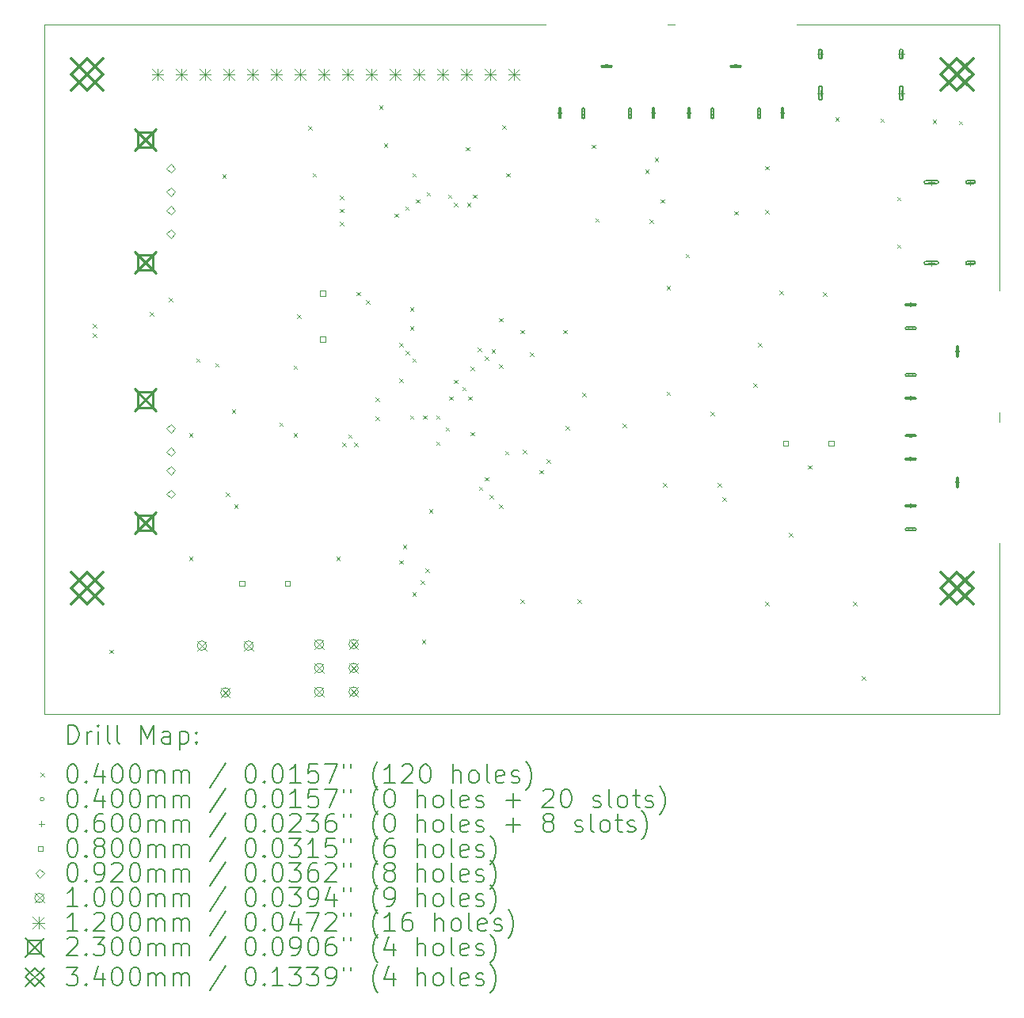
<source format=gbr>
%FSLAX45Y45*%
G04 Gerber Fmt 4.5, Leading zero omitted, Abs format (unit mm)*
G04 Created by KiCad (PCBNEW (6.0.5)) date 2023-10-27 13:23:16*
%MOMM*%
%LPD*%
G01*
G04 APERTURE LIST*
%TA.AperFunction,Profile*%
%ADD10C,0.100000*%
%TD*%
%ADD11C,0.200000*%
%ADD12C,0.040000*%
%ADD13C,0.060000*%
%ADD14C,0.080000*%
%ADD15C,0.092000*%
%ADD16C,0.100000*%
%ADD17C,0.120000*%
%ADD18C,0.230000*%
%ADD19C,0.340000*%
G04 APERTURE END LIST*
D10*
X17320000Y-12420000D02*
X17320000Y-12460000D01*
X17320000Y-9330000D02*
X17320000Y-9230000D01*
X15560000Y-12460000D02*
X17290000Y-12460000D01*
X13850000Y-5080000D02*
X13770000Y-5080000D01*
X10470000Y-12460000D02*
X15560000Y-12460000D01*
X7700000Y-5080000D02*
X7110000Y-5080000D01*
X17320000Y-5970000D02*
X17320000Y-5080000D01*
X7110000Y-5160000D02*
X7110000Y-7500000D01*
X11380000Y-5080000D02*
X9400000Y-5080000D01*
X17320000Y-12460000D02*
X17290000Y-12460000D01*
X7110000Y-5080000D02*
X7110000Y-5160000D01*
X15150000Y-5080000D02*
X17280000Y-5080000D01*
X17320000Y-5080000D02*
X17280000Y-5080000D01*
X7110000Y-10830000D02*
X7110000Y-12440000D01*
X7110000Y-8940000D02*
X7110000Y-10830000D01*
X7110000Y-7500000D02*
X7110000Y-8940000D01*
X17320000Y-10630000D02*
X17320000Y-12420000D01*
X7140000Y-12460000D02*
X10470000Y-12460000D01*
X7140000Y-12460000D02*
X7110000Y-12460000D01*
X9400000Y-5080000D02*
X7700000Y-5080000D01*
X17320000Y-7930000D02*
X17320000Y-5970000D01*
X12470000Y-5080000D02*
X11380000Y-5080000D01*
X7110000Y-12460000D02*
X7110000Y-12440000D01*
D11*
D12*
X7625400Y-8285800D02*
X7665400Y-8325800D01*
X7665400Y-8285800D02*
X7625400Y-8325800D01*
X7625400Y-8387400D02*
X7665400Y-8427400D01*
X7665400Y-8387400D02*
X7625400Y-8427400D01*
X7800700Y-11768100D02*
X7840700Y-11808100D01*
X7840700Y-11768100D02*
X7800700Y-11808100D01*
X8235000Y-8158800D02*
X8275000Y-8198800D01*
X8275000Y-8158800D02*
X8235000Y-8198800D01*
X8438200Y-8006400D02*
X8478200Y-8046400D01*
X8478200Y-8006400D02*
X8438200Y-8046400D01*
X8654100Y-9454200D02*
X8694100Y-9494200D01*
X8694100Y-9454200D02*
X8654100Y-9494200D01*
X8654100Y-10775000D02*
X8694100Y-10815000D01*
X8694100Y-10775000D02*
X8654100Y-10815000D01*
X8730300Y-8654100D02*
X8770300Y-8694100D01*
X8770300Y-8654100D02*
X8730300Y-8694100D01*
X8933500Y-8704900D02*
X8973500Y-8744900D01*
X8973500Y-8704900D02*
X8933500Y-8744900D01*
X9009700Y-6685600D02*
X9049700Y-6725600D01*
X9049700Y-6685600D02*
X9009700Y-6725600D01*
X9047800Y-10089200D02*
X9087800Y-10129200D01*
X9087800Y-10089200D02*
X9047800Y-10129200D01*
X9111300Y-9200200D02*
X9151300Y-9240200D01*
X9151300Y-9200200D02*
X9111300Y-9240200D01*
X9136700Y-10216200D02*
X9176700Y-10256200D01*
X9176700Y-10216200D02*
X9136700Y-10256200D01*
X9619300Y-9339900D02*
X9659300Y-9379900D01*
X9659300Y-9339900D02*
X9619300Y-9379900D01*
X9771700Y-8730300D02*
X9811700Y-8770300D01*
X9811700Y-8730300D02*
X9771700Y-8770300D01*
X9771700Y-9454200D02*
X9811700Y-9494200D01*
X9811700Y-9454200D02*
X9771700Y-9494200D01*
X9809800Y-8184200D02*
X9849800Y-8224200D01*
X9849800Y-8184200D02*
X9809800Y-8224200D01*
X9930450Y-6171250D02*
X9970450Y-6211250D01*
X9970450Y-6171250D02*
X9930450Y-6211250D01*
X9974900Y-6672900D02*
X10014900Y-6712900D01*
X10014900Y-6672900D02*
X9974900Y-6712900D01*
X10228900Y-10775000D02*
X10268900Y-10815000D01*
X10268900Y-10775000D02*
X10228900Y-10815000D01*
X10267000Y-6914200D02*
X10307000Y-6954200D01*
X10307000Y-6914200D02*
X10267000Y-6954200D01*
X10267000Y-7053900D02*
X10307000Y-7093900D01*
X10307000Y-7053900D02*
X10267000Y-7093900D01*
X10267000Y-7193600D02*
X10307000Y-7233600D01*
X10307000Y-7193600D02*
X10267000Y-7233600D01*
X10292400Y-9555800D02*
X10332400Y-9595800D01*
X10332400Y-9555800D02*
X10292400Y-9595800D01*
X10355900Y-9466900D02*
X10395900Y-9506900D01*
X10395900Y-9466900D02*
X10355900Y-9506900D01*
X10419400Y-9555800D02*
X10459400Y-9595800D01*
X10459400Y-9555800D02*
X10419400Y-9595800D01*
X10444800Y-7942900D02*
X10484800Y-7982900D01*
X10484800Y-7942900D02*
X10444800Y-7982900D01*
X10546400Y-8031800D02*
X10586400Y-8071800D01*
X10586400Y-8031800D02*
X10546400Y-8071800D01*
X10648000Y-9073200D02*
X10688000Y-9113200D01*
X10688000Y-9073200D02*
X10648000Y-9113200D01*
X10648000Y-9276400D02*
X10688000Y-9316400D01*
X10688000Y-9276400D02*
X10648000Y-9316400D01*
X10686100Y-5949000D02*
X10726100Y-5989000D01*
X10726100Y-5949000D02*
X10686100Y-5989000D01*
X10736900Y-6355400D02*
X10776900Y-6395400D01*
X10776900Y-6355400D02*
X10736900Y-6395400D01*
X10851200Y-7104700D02*
X10891200Y-7144700D01*
X10891200Y-7104700D02*
X10851200Y-7144700D01*
X10902000Y-8489000D02*
X10942000Y-8529000D01*
X10942000Y-8489000D02*
X10902000Y-8529000D01*
X10902000Y-8870000D02*
X10942000Y-8910000D01*
X10942000Y-8870000D02*
X10902000Y-8910000D01*
X10902000Y-10813100D02*
X10942000Y-10853100D01*
X10942000Y-10813100D02*
X10902000Y-10853100D01*
X10940100Y-10648000D02*
X10980100Y-10688000D01*
X10980100Y-10648000D02*
X10940100Y-10688000D01*
X10965500Y-7028500D02*
X11005500Y-7068500D01*
X11005500Y-7028500D02*
X10965500Y-7068500D01*
X10970142Y-8572164D02*
X11010142Y-8612164D01*
X11010142Y-8572164D02*
X10970142Y-8612164D01*
X11016300Y-8108000D02*
X11056300Y-8148000D01*
X11056300Y-8108000D02*
X11016300Y-8148000D01*
X11016300Y-8311200D02*
X11056300Y-8351200D01*
X11056300Y-8311200D02*
X11016300Y-8351200D01*
X11016300Y-9263700D02*
X11056300Y-9303700D01*
X11056300Y-9263700D02*
X11016300Y-9303700D01*
X11041700Y-6672900D02*
X11081700Y-6712900D01*
X11081700Y-6672900D02*
X11041700Y-6712900D01*
X11041700Y-8654100D02*
X11081700Y-8694100D01*
X11081700Y-8654100D02*
X11041700Y-8694100D01*
X11041700Y-11156000D02*
X11081700Y-11196000D01*
X11081700Y-11156000D02*
X11041700Y-11196000D01*
X11079800Y-6952300D02*
X11119800Y-6992300D01*
X11119800Y-6952300D02*
X11079800Y-6992300D01*
X11130600Y-11029000D02*
X11170600Y-11069000D01*
X11170600Y-11029000D02*
X11130600Y-11069000D01*
X11143300Y-11664000D02*
X11183300Y-11704000D01*
X11183300Y-11664000D02*
X11143300Y-11704000D01*
X11156000Y-9263700D02*
X11196000Y-9303700D01*
X11196000Y-9263700D02*
X11156000Y-9303700D01*
X11181400Y-10902000D02*
X11221400Y-10942000D01*
X11221400Y-10902000D02*
X11181400Y-10942000D01*
X11194100Y-6876100D02*
X11234100Y-6916100D01*
X11234100Y-6876100D02*
X11194100Y-6916100D01*
X11221029Y-10267000D02*
X11261029Y-10307000D01*
X11261029Y-10267000D02*
X11221029Y-10307000D01*
X11295700Y-9263700D02*
X11335700Y-9303700D01*
X11335700Y-9263700D02*
X11295700Y-9303700D01*
X11295700Y-9543100D02*
X11335700Y-9583100D01*
X11335700Y-9543100D02*
X11295700Y-9583100D01*
X11397300Y-9390700D02*
X11437300Y-9430700D01*
X11437300Y-9390700D02*
X11397300Y-9430700D01*
X11422700Y-6901500D02*
X11462700Y-6941500D01*
X11462700Y-6901500D02*
X11422700Y-6941500D01*
X11435400Y-9060500D02*
X11475400Y-9100500D01*
X11475400Y-9060500D02*
X11435400Y-9100500D01*
X11486200Y-6990400D02*
X11526200Y-7030400D01*
X11526200Y-6990400D02*
X11486200Y-7030400D01*
X11486200Y-8882700D02*
X11526200Y-8922700D01*
X11526200Y-8882700D02*
X11486200Y-8922700D01*
X11575100Y-8958900D02*
X11615100Y-8998900D01*
X11615100Y-8958900D02*
X11575100Y-8998900D01*
X11613200Y-6393500D02*
X11653200Y-6433500D01*
X11653200Y-6393500D02*
X11613200Y-6433500D01*
X11625900Y-6990400D02*
X11665900Y-7030400D01*
X11665900Y-6990400D02*
X11625900Y-7030400D01*
X11639350Y-9060500D02*
X11679350Y-9100500D01*
X11679350Y-9060500D02*
X11639350Y-9100500D01*
X11664000Y-8743000D02*
X11704000Y-8783000D01*
X11704000Y-8743000D02*
X11664000Y-8783000D01*
X11664000Y-9441500D02*
X11704000Y-9481500D01*
X11704000Y-9441500D02*
X11664000Y-9481500D01*
X11689400Y-6901500D02*
X11729400Y-6941500D01*
X11729400Y-6901500D02*
X11689400Y-6941500D01*
X11739450Y-8539800D02*
X11779450Y-8579800D01*
X11779450Y-8539800D02*
X11739450Y-8579800D01*
X11752900Y-10025700D02*
X11792900Y-10065700D01*
X11792900Y-10025700D02*
X11752900Y-10065700D01*
X11816400Y-9924100D02*
X11856400Y-9964100D01*
X11856400Y-9924100D02*
X11816400Y-9964100D01*
X11816401Y-8633612D02*
X11856401Y-8673612D01*
X11856401Y-8633612D02*
X11816401Y-8673612D01*
X11867200Y-10114600D02*
X11907200Y-10154600D01*
X11907200Y-10114600D02*
X11867200Y-10154600D01*
X11890044Y-8555430D02*
X11930044Y-8595430D01*
X11930044Y-8555430D02*
X11890044Y-8595430D01*
X11968800Y-8222300D02*
X12008800Y-8262300D01*
X12008800Y-8222300D02*
X11968800Y-8262300D01*
X11968800Y-8717600D02*
X12008800Y-8757600D01*
X12008800Y-8717600D02*
X11968800Y-8757600D01*
X11968800Y-10216200D02*
X12008800Y-10256200D01*
X12008800Y-10216200D02*
X11968800Y-10256200D01*
X12000550Y-6158550D02*
X12040550Y-6198550D01*
X12040550Y-6158550D02*
X12000550Y-6198550D01*
X12032300Y-9644700D02*
X12072300Y-9684700D01*
X12072300Y-9644700D02*
X12032300Y-9684700D01*
X12045000Y-6672900D02*
X12085000Y-6712900D01*
X12085000Y-6672900D02*
X12045000Y-6712900D01*
X12197400Y-8349300D02*
X12237400Y-8389300D01*
X12237400Y-8349300D02*
X12197400Y-8389300D01*
X12197400Y-11232200D02*
X12237400Y-11272200D01*
X12237400Y-11232200D02*
X12197400Y-11272200D01*
X12222800Y-9632000D02*
X12262800Y-9672000D01*
X12262800Y-9632000D02*
X12222800Y-9672000D01*
X12299000Y-8590600D02*
X12339000Y-8630600D01*
X12339000Y-8590600D02*
X12299000Y-8630600D01*
X12400600Y-9847899D02*
X12440600Y-9887899D01*
X12440600Y-9847899D02*
X12400600Y-9887899D01*
X12477384Y-9733600D02*
X12517384Y-9773600D01*
X12517384Y-9733600D02*
X12477384Y-9773600D01*
X12654600Y-8349300D02*
X12694600Y-8389300D01*
X12694600Y-8349300D02*
X12654600Y-8389300D01*
X12680000Y-9378000D02*
X12720000Y-9418000D01*
X12720000Y-9378000D02*
X12680000Y-9418000D01*
X12807000Y-11232200D02*
X12847000Y-11272200D01*
X12847000Y-11232200D02*
X12807000Y-11272200D01*
X12857800Y-9022400D02*
X12897800Y-9062400D01*
X12897800Y-9022400D02*
X12857800Y-9062400D01*
X12959400Y-6368100D02*
X12999400Y-6408100D01*
X12999400Y-6368100D02*
X12959400Y-6408100D01*
X12997500Y-7155500D02*
X13037500Y-7195500D01*
X13037500Y-7155500D02*
X12997500Y-7195500D01*
X13289600Y-9352600D02*
X13329600Y-9392600D01*
X13329600Y-9352600D02*
X13289600Y-9392600D01*
X13530900Y-6634800D02*
X13570900Y-6674800D01*
X13570900Y-6634800D02*
X13530900Y-6674800D01*
X13575600Y-7168200D02*
X13615600Y-7208200D01*
X13615600Y-7168200D02*
X13575600Y-7208200D01*
X13632500Y-6507800D02*
X13672500Y-6547800D01*
X13672500Y-6507800D02*
X13632500Y-6547800D01*
X13696000Y-6952300D02*
X13736000Y-6992300D01*
X13736000Y-6952300D02*
X13696000Y-6992300D01*
X13721400Y-9987600D02*
X13761400Y-10027600D01*
X13761400Y-9987600D02*
X13721400Y-10027600D01*
X13759500Y-7879400D02*
X13799500Y-7919400D01*
X13799500Y-7879400D02*
X13759500Y-7919400D01*
X13759500Y-9009700D02*
X13799500Y-9049700D01*
X13799500Y-9009700D02*
X13759500Y-9049700D01*
X13962700Y-7536500D02*
X14002700Y-7576500D01*
X14002700Y-7536500D02*
X13962700Y-7576500D01*
X14229400Y-9225600D02*
X14269400Y-9265600D01*
X14269400Y-9225600D02*
X14229400Y-9265600D01*
X14305600Y-9987600D02*
X14345600Y-10027600D01*
X14345600Y-9987600D02*
X14305600Y-10027600D01*
X14356400Y-10140000D02*
X14396400Y-10180000D01*
X14396400Y-10140000D02*
X14356400Y-10180000D01*
X14483400Y-7079300D02*
X14523400Y-7119300D01*
X14523400Y-7079300D02*
X14483400Y-7119300D01*
X14686600Y-8920800D02*
X14726600Y-8960800D01*
X14726600Y-8920800D02*
X14686600Y-8960800D01*
X14737400Y-8489000D02*
X14777400Y-8529000D01*
X14777400Y-8489000D02*
X14737400Y-8529000D01*
X14813600Y-6596700D02*
X14853600Y-6636700D01*
X14853600Y-6596700D02*
X14813600Y-6636700D01*
X14813600Y-7066600D02*
X14853600Y-7106600D01*
X14853600Y-7066600D02*
X14813600Y-7106600D01*
X14813600Y-11257600D02*
X14853600Y-11297600D01*
X14853600Y-11257600D02*
X14813600Y-11297600D01*
X14966000Y-7930200D02*
X15006000Y-7970200D01*
X15006000Y-7930200D02*
X14966000Y-7970200D01*
X15069950Y-10518650D02*
X15109950Y-10558650D01*
X15109950Y-10518650D02*
X15069950Y-10558650D01*
X15270800Y-9797100D02*
X15310800Y-9837100D01*
X15310800Y-9797100D02*
X15270800Y-9837100D01*
X15429550Y-7949250D02*
X15469550Y-7989250D01*
X15469550Y-7949250D02*
X15429550Y-7989250D01*
X15562900Y-6076000D02*
X15602900Y-6116000D01*
X15602900Y-6076000D02*
X15562900Y-6116000D01*
X15753400Y-11257600D02*
X15793400Y-11297600D01*
X15793400Y-11257600D02*
X15753400Y-11297600D01*
X15846751Y-12053249D02*
X15886751Y-12093249D01*
X15886751Y-12053249D02*
X15846751Y-12093249D01*
X16045500Y-6088700D02*
X16085500Y-6128700D01*
X16085500Y-6088700D02*
X16045500Y-6128700D01*
X16223300Y-6926900D02*
X16263300Y-6966900D01*
X16263300Y-6926900D02*
X16223300Y-6966900D01*
X16223300Y-7434900D02*
X16263300Y-7474900D01*
X16263300Y-7434900D02*
X16223300Y-7474900D01*
X16604300Y-6101400D02*
X16644300Y-6141400D01*
X16644300Y-6101400D02*
X16604300Y-6141400D01*
X16883700Y-6114100D02*
X16923700Y-6154100D01*
X16923700Y-6114100D02*
X16883700Y-6154100D01*
X12640000Y-6030000D02*
G75*
G03*
X12640000Y-6030000I-20000J0D01*
G01*
D11*
X12610000Y-5980000D02*
X12610000Y-6080000D01*
X12630000Y-5980000D02*
X12630000Y-6080000D01*
X12610000Y-6080000D02*
G75*
G03*
X12630000Y-6080000I10000J0D01*
G01*
X12630000Y-5980000D02*
G75*
G03*
X12610000Y-5980000I-10000J0D01*
G01*
D12*
X12890000Y-6030000D02*
G75*
G03*
X12890000Y-6030000I-20000J0D01*
G01*
D11*
X12860000Y-5980000D02*
X12860000Y-6080000D01*
X12880000Y-5980000D02*
X12880000Y-6080000D01*
X12860000Y-6080000D02*
G75*
G03*
X12880000Y-6080000I10000J0D01*
G01*
X12880000Y-5980000D02*
G75*
G03*
X12860000Y-5980000I-10000J0D01*
G01*
D12*
X13140000Y-5530000D02*
G75*
G03*
X13140000Y-5530000I-20000J0D01*
G01*
D11*
X13170000Y-5520000D02*
X13070000Y-5520000D01*
X13170000Y-5540000D02*
X13070000Y-5540000D01*
X13070000Y-5520000D02*
G75*
G03*
X13070000Y-5540000I0J-10000D01*
G01*
X13170000Y-5540000D02*
G75*
G03*
X13170000Y-5520000I0J10000D01*
G01*
D12*
X13390000Y-6030000D02*
G75*
G03*
X13390000Y-6030000I-20000J0D01*
G01*
D11*
X13380000Y-6080000D02*
X13380000Y-5980000D01*
X13360000Y-6080000D02*
X13360000Y-5980000D01*
X13380000Y-5980000D02*
G75*
G03*
X13360000Y-5980000I-10000J0D01*
G01*
X13360000Y-6080000D02*
G75*
G03*
X13380000Y-6080000I10000J0D01*
G01*
D12*
X13640000Y-6030000D02*
G75*
G03*
X13640000Y-6030000I-20000J0D01*
G01*
D11*
X13630000Y-6080000D02*
X13630000Y-5980000D01*
X13610000Y-6080000D02*
X13610000Y-5980000D01*
X13630000Y-5980000D02*
G75*
G03*
X13610000Y-5980000I-10000J0D01*
G01*
X13610000Y-6080000D02*
G75*
G03*
X13630000Y-6080000I10000J0D01*
G01*
D12*
X14020000Y-6030000D02*
G75*
G03*
X14020000Y-6030000I-20000J0D01*
G01*
D11*
X13990000Y-5980000D02*
X13990000Y-6080000D01*
X14010000Y-5980000D02*
X14010000Y-6080000D01*
X13990000Y-6080000D02*
G75*
G03*
X14010000Y-6080000I10000J0D01*
G01*
X14010000Y-5980000D02*
G75*
G03*
X13990000Y-5980000I-10000J0D01*
G01*
D12*
X14270000Y-6030000D02*
G75*
G03*
X14270000Y-6030000I-20000J0D01*
G01*
D11*
X14240000Y-5980000D02*
X14240000Y-6080000D01*
X14260000Y-5980000D02*
X14260000Y-6080000D01*
X14240000Y-6080000D02*
G75*
G03*
X14260000Y-6080000I10000J0D01*
G01*
X14260000Y-5980000D02*
G75*
G03*
X14240000Y-5980000I-10000J0D01*
G01*
D12*
X14520000Y-5530000D02*
G75*
G03*
X14520000Y-5530000I-20000J0D01*
G01*
D11*
X14550000Y-5520000D02*
X14450000Y-5520000D01*
X14550000Y-5540000D02*
X14450000Y-5540000D01*
X14450000Y-5520000D02*
G75*
G03*
X14450000Y-5540000I0J-10000D01*
G01*
X14550000Y-5540000D02*
G75*
G03*
X14550000Y-5520000I0J10000D01*
G01*
D12*
X14770000Y-6030000D02*
G75*
G03*
X14770000Y-6030000I-20000J0D01*
G01*
D11*
X14760000Y-6080000D02*
X14760000Y-5980000D01*
X14740000Y-6080000D02*
X14740000Y-5980000D01*
X14760000Y-5980000D02*
G75*
G03*
X14740000Y-5980000I-10000J0D01*
G01*
X14740000Y-6080000D02*
G75*
G03*
X14760000Y-6080000I10000J0D01*
G01*
D12*
X15020000Y-6030000D02*
G75*
G03*
X15020000Y-6030000I-20000J0D01*
G01*
D11*
X15010000Y-6080000D02*
X15010000Y-5980000D01*
X14990000Y-6080000D02*
X14990000Y-5980000D01*
X15010000Y-5980000D02*
G75*
G03*
X14990000Y-5980000I-10000J0D01*
G01*
X14990000Y-6080000D02*
G75*
G03*
X15010000Y-6080000I10000J0D01*
G01*
D12*
X16390000Y-8080000D02*
G75*
G03*
X16390000Y-8080000I-20000J0D01*
G01*
D11*
X16420000Y-8070000D02*
X16320000Y-8070000D01*
X16420000Y-8090000D02*
X16320000Y-8090000D01*
X16320000Y-8070000D02*
G75*
G03*
X16320000Y-8090000I0J-10000D01*
G01*
X16420000Y-8090000D02*
G75*
G03*
X16420000Y-8070000I0J10000D01*
G01*
D12*
X16390000Y-8330000D02*
G75*
G03*
X16390000Y-8330000I-20000J0D01*
G01*
D11*
X16420000Y-8320000D02*
X16320000Y-8320000D01*
X16420000Y-8340000D02*
X16320000Y-8340000D01*
X16320000Y-8320000D02*
G75*
G03*
X16320000Y-8340000I0J-10000D01*
G01*
X16420000Y-8340000D02*
G75*
G03*
X16420000Y-8320000I0J10000D01*
G01*
D12*
X16390000Y-8830000D02*
G75*
G03*
X16390000Y-8830000I-20000J0D01*
G01*
D11*
X16320000Y-8840000D02*
X16420000Y-8840000D01*
X16320000Y-8820000D02*
X16420000Y-8820000D01*
X16420000Y-8840000D02*
G75*
G03*
X16420000Y-8820000I0J10000D01*
G01*
X16320000Y-8820000D02*
G75*
G03*
X16320000Y-8840000I0J-10000D01*
G01*
D12*
X16390000Y-9080000D02*
G75*
G03*
X16390000Y-9080000I-20000J0D01*
G01*
D11*
X16320000Y-9090000D02*
X16420000Y-9090000D01*
X16320000Y-9070000D02*
X16420000Y-9070000D01*
X16420000Y-9090000D02*
G75*
G03*
X16420000Y-9070000I0J10000D01*
G01*
X16320000Y-9070000D02*
G75*
G03*
X16320000Y-9090000I0J-10000D01*
G01*
D12*
X16390000Y-9480000D02*
G75*
G03*
X16390000Y-9480000I-20000J0D01*
G01*
D11*
X16420000Y-9470000D02*
X16320000Y-9470000D01*
X16420000Y-9490000D02*
X16320000Y-9490000D01*
X16320000Y-9470000D02*
G75*
G03*
X16320000Y-9490000I0J-10000D01*
G01*
X16420000Y-9490000D02*
G75*
G03*
X16420000Y-9470000I0J10000D01*
G01*
D12*
X16390000Y-9730000D02*
G75*
G03*
X16390000Y-9730000I-20000J0D01*
G01*
D11*
X16420000Y-9720000D02*
X16320000Y-9720000D01*
X16420000Y-9740000D02*
X16320000Y-9740000D01*
X16320000Y-9720000D02*
G75*
G03*
X16320000Y-9740000I0J-10000D01*
G01*
X16420000Y-9740000D02*
G75*
G03*
X16420000Y-9720000I0J10000D01*
G01*
D12*
X16390000Y-10230000D02*
G75*
G03*
X16390000Y-10230000I-20000J0D01*
G01*
D11*
X16320000Y-10240000D02*
X16420000Y-10240000D01*
X16320000Y-10220000D02*
X16420000Y-10220000D01*
X16420000Y-10240000D02*
G75*
G03*
X16420000Y-10220000I0J10000D01*
G01*
X16320000Y-10220000D02*
G75*
G03*
X16320000Y-10240000I0J-10000D01*
G01*
D12*
X16390000Y-10480000D02*
G75*
G03*
X16390000Y-10480000I-20000J0D01*
G01*
D11*
X16320000Y-10490000D02*
X16420000Y-10490000D01*
X16320000Y-10470000D02*
X16420000Y-10470000D01*
X16420000Y-10490000D02*
G75*
G03*
X16420000Y-10470000I0J10000D01*
G01*
X16320000Y-10470000D02*
G75*
G03*
X16320000Y-10490000I0J-10000D01*
G01*
D12*
X16890000Y-8580000D02*
G75*
G03*
X16890000Y-8580000I-20000J0D01*
G01*
D11*
X16880000Y-8630000D02*
X16880000Y-8530000D01*
X16860000Y-8630000D02*
X16860000Y-8530000D01*
X16880000Y-8530000D02*
G75*
G03*
X16860000Y-8530000I-10000J0D01*
G01*
X16860000Y-8630000D02*
G75*
G03*
X16880000Y-8630000I10000J0D01*
G01*
D12*
X16890000Y-9980000D02*
G75*
G03*
X16890000Y-9980000I-20000J0D01*
G01*
D11*
X16880000Y-10030000D02*
X16880000Y-9930000D01*
X16860000Y-10030000D02*
X16860000Y-9930000D01*
X16880000Y-9930000D02*
G75*
G03*
X16860000Y-9930000I-10000J0D01*
G01*
X16860000Y-10030000D02*
G75*
G03*
X16880000Y-10030000I10000J0D01*
G01*
D13*
X15405100Y-5368600D02*
X15405100Y-5428600D01*
X15375100Y-5398600D02*
X15435100Y-5398600D01*
D11*
X15425100Y-5428600D02*
X15425100Y-5368600D01*
X15385100Y-5428600D02*
X15385100Y-5368600D01*
X15425100Y-5368600D02*
G75*
G03*
X15385100Y-5368600I-20000J0D01*
G01*
X15385100Y-5428600D02*
G75*
G03*
X15425100Y-5428600I20000J0D01*
G01*
D13*
X15405100Y-5786600D02*
X15405100Y-5846600D01*
X15375100Y-5816600D02*
X15435100Y-5816600D01*
D11*
X15425100Y-5871600D02*
X15425100Y-5761600D01*
X15385100Y-5871600D02*
X15385100Y-5761600D01*
X15425100Y-5761600D02*
G75*
G03*
X15385100Y-5761600I-20000J0D01*
G01*
X15385100Y-5871600D02*
G75*
G03*
X15425100Y-5871600I20000J0D01*
G01*
D13*
X16269100Y-5368600D02*
X16269100Y-5428600D01*
X16239100Y-5398600D02*
X16299100Y-5398600D01*
D11*
X16289100Y-5428600D02*
X16289100Y-5368600D01*
X16249100Y-5428600D02*
X16249100Y-5368600D01*
X16289100Y-5368600D02*
G75*
G03*
X16249100Y-5368600I-20000J0D01*
G01*
X16249100Y-5428600D02*
G75*
G03*
X16289100Y-5428600I20000J0D01*
G01*
D13*
X16269100Y-5786600D02*
X16269100Y-5846600D01*
X16239100Y-5816600D02*
X16299100Y-5816600D01*
D11*
X16289100Y-5871600D02*
X16289100Y-5761600D01*
X16249100Y-5871600D02*
X16249100Y-5761600D01*
X16289100Y-5761600D02*
G75*
G03*
X16249100Y-5761600I-20000J0D01*
G01*
X16249100Y-5871600D02*
G75*
G03*
X16289100Y-5871600I20000J0D01*
G01*
D13*
X16590700Y-6738900D02*
X16590700Y-6798900D01*
X16560700Y-6768900D02*
X16620700Y-6768900D01*
D11*
X16535700Y-6788900D02*
X16645700Y-6788900D01*
X16535700Y-6748900D02*
X16645700Y-6748900D01*
X16645700Y-6788900D02*
G75*
G03*
X16645700Y-6748900I0J20000D01*
G01*
X16535700Y-6748900D02*
G75*
G03*
X16535700Y-6788900I0J-20000D01*
G01*
D13*
X16590700Y-7602900D02*
X16590700Y-7662900D01*
X16560700Y-7632900D02*
X16620700Y-7632900D01*
D11*
X16535700Y-7652900D02*
X16645700Y-7652900D01*
X16535700Y-7612900D02*
X16645700Y-7612900D01*
X16645700Y-7652900D02*
G75*
G03*
X16645700Y-7612900I0J20000D01*
G01*
X16535700Y-7612900D02*
G75*
G03*
X16535700Y-7652900I0J-20000D01*
G01*
D13*
X17008700Y-6738900D02*
X17008700Y-6798900D01*
X16978700Y-6768900D02*
X17038700Y-6768900D01*
D11*
X16978700Y-6788900D02*
X17038700Y-6788900D01*
X16978700Y-6748900D02*
X17038700Y-6748900D01*
X17038700Y-6788900D02*
G75*
G03*
X17038700Y-6748900I0J20000D01*
G01*
X16978700Y-6748900D02*
G75*
G03*
X16978700Y-6788900I0J-20000D01*
G01*
D13*
X17008700Y-7602900D02*
X17008700Y-7662900D01*
X16978700Y-7632900D02*
X17038700Y-7632900D01*
D11*
X16978700Y-7652900D02*
X17038700Y-7652900D01*
X16978700Y-7612900D02*
X17038700Y-7612900D01*
X17038700Y-7652900D02*
G75*
G03*
X17038700Y-7612900I0J20000D01*
G01*
X16978700Y-7612900D02*
G75*
G03*
X16978700Y-7652900I0J-20000D01*
G01*
D14*
X9246785Y-11089985D02*
X9246785Y-11033416D01*
X9190216Y-11033416D01*
X9190216Y-11089985D01*
X9246785Y-11089985D01*
X9734785Y-11089985D02*
X9734785Y-11033416D01*
X9678216Y-11033416D01*
X9678216Y-11089985D01*
X9734785Y-11089985D01*
X10112085Y-7987484D02*
X10112085Y-7930915D01*
X10055516Y-7930915D01*
X10055516Y-7987484D01*
X10112085Y-7987484D01*
X10112085Y-8475485D02*
X10112085Y-8418916D01*
X10055516Y-8418916D01*
X10055516Y-8475485D01*
X10112085Y-8475485D01*
X15061384Y-9591385D02*
X15061384Y-9534816D01*
X15004815Y-9534816D01*
X15004815Y-9591385D01*
X15061384Y-9591385D01*
X15549384Y-9591385D02*
X15549384Y-9534816D01*
X15492815Y-9534816D01*
X15492815Y-9591385D01*
X15549384Y-9591385D01*
D15*
X8459450Y-6668300D02*
X8505450Y-6622300D01*
X8459450Y-6576300D01*
X8413450Y-6622300D01*
X8459450Y-6668300D01*
X8459450Y-6918300D02*
X8505450Y-6872300D01*
X8459450Y-6826300D01*
X8413450Y-6872300D01*
X8459450Y-6918300D01*
X8459450Y-7118300D02*
X8505450Y-7072300D01*
X8459450Y-7026300D01*
X8413450Y-7072300D01*
X8459450Y-7118300D01*
X8459450Y-7368300D02*
X8505450Y-7322300D01*
X8459450Y-7276300D01*
X8413450Y-7322300D01*
X8459450Y-7368300D01*
X8459450Y-9449600D02*
X8505450Y-9403600D01*
X8459450Y-9357600D01*
X8413450Y-9403600D01*
X8459450Y-9449600D01*
X8459450Y-9699600D02*
X8505450Y-9653600D01*
X8459450Y-9607600D01*
X8413450Y-9653600D01*
X8459450Y-9699600D01*
X8459450Y-9899600D02*
X8505450Y-9853600D01*
X8459450Y-9807600D01*
X8413450Y-9853600D01*
X8459450Y-9899600D01*
X8459450Y-10149600D02*
X8505450Y-10103600D01*
X8459450Y-10057600D01*
X8413450Y-10103600D01*
X8459450Y-10149600D01*
D16*
X8742400Y-11676700D02*
X8842400Y-11776700D01*
X8842400Y-11676700D02*
X8742400Y-11776700D01*
X8842400Y-11726700D02*
G75*
G03*
X8842400Y-11726700I-50000J0D01*
G01*
X8992400Y-12176700D02*
X9092400Y-12276700D01*
X9092400Y-12176700D02*
X8992400Y-12276700D01*
X9092400Y-12226700D02*
G75*
G03*
X9092400Y-12226700I-50000J0D01*
G01*
X9242400Y-11676700D02*
X9342400Y-11776700D01*
X9342400Y-11676700D02*
X9242400Y-11776700D01*
X9342400Y-11726700D02*
G75*
G03*
X9342400Y-11726700I-50000J0D01*
G01*
X9995700Y-11660900D02*
X10095700Y-11760900D01*
X10095700Y-11660900D02*
X9995700Y-11760900D01*
X10095700Y-11710900D02*
G75*
G03*
X10095700Y-11710900I-50000J0D01*
G01*
X9995700Y-11914900D02*
X10095700Y-12014900D01*
X10095700Y-11914900D02*
X9995700Y-12014900D01*
X10095700Y-11964900D02*
G75*
G03*
X10095700Y-11964900I-50000J0D01*
G01*
X9995700Y-12168900D02*
X10095700Y-12268900D01*
X10095700Y-12168900D02*
X9995700Y-12268900D01*
X10095700Y-12218900D02*
G75*
G03*
X10095700Y-12218900I-50000J0D01*
G01*
X10364000Y-11660900D02*
X10464000Y-11760900D01*
X10464000Y-11660900D02*
X10364000Y-11760900D01*
X10464000Y-11710900D02*
G75*
G03*
X10464000Y-11710900I-50000J0D01*
G01*
X10364000Y-11914900D02*
X10464000Y-12014900D01*
X10464000Y-11914900D02*
X10364000Y-12014900D01*
X10464000Y-11964900D02*
G75*
G03*
X10464000Y-11964900I-50000J0D01*
G01*
X10364000Y-12168900D02*
X10464000Y-12268900D01*
X10464000Y-12168900D02*
X10364000Y-12268900D01*
X10464000Y-12218900D02*
G75*
G03*
X10464000Y-12218900I-50000J0D01*
G01*
D17*
X8255700Y-5559200D02*
X8375700Y-5679200D01*
X8375700Y-5559200D02*
X8255700Y-5679200D01*
X8315700Y-5559200D02*
X8315700Y-5679200D01*
X8255700Y-5619200D02*
X8375700Y-5619200D01*
X8509700Y-5559200D02*
X8629700Y-5679200D01*
X8629700Y-5559200D02*
X8509700Y-5679200D01*
X8569700Y-5559200D02*
X8569700Y-5679200D01*
X8509700Y-5619200D02*
X8629700Y-5619200D01*
X8763700Y-5559200D02*
X8883700Y-5679200D01*
X8883700Y-5559200D02*
X8763700Y-5679200D01*
X8823700Y-5559200D02*
X8823700Y-5679200D01*
X8763700Y-5619200D02*
X8883700Y-5619200D01*
X9017700Y-5559200D02*
X9137700Y-5679200D01*
X9137700Y-5559200D02*
X9017700Y-5679200D01*
X9077700Y-5559200D02*
X9077700Y-5679200D01*
X9017700Y-5619200D02*
X9137700Y-5619200D01*
X9271700Y-5559200D02*
X9391700Y-5679200D01*
X9391700Y-5559200D02*
X9271700Y-5679200D01*
X9331700Y-5559200D02*
X9331700Y-5679200D01*
X9271700Y-5619200D02*
X9391700Y-5619200D01*
X9525700Y-5559200D02*
X9645700Y-5679200D01*
X9645700Y-5559200D02*
X9525700Y-5679200D01*
X9585700Y-5559200D02*
X9585700Y-5679200D01*
X9525700Y-5619200D02*
X9645700Y-5619200D01*
X9779700Y-5559200D02*
X9899700Y-5679200D01*
X9899700Y-5559200D02*
X9779700Y-5679200D01*
X9839700Y-5559200D02*
X9839700Y-5679200D01*
X9779700Y-5619200D02*
X9899700Y-5619200D01*
X10033700Y-5559200D02*
X10153700Y-5679200D01*
X10153700Y-5559200D02*
X10033700Y-5679200D01*
X10093700Y-5559200D02*
X10093700Y-5679200D01*
X10033700Y-5619200D02*
X10153700Y-5619200D01*
X10287700Y-5559200D02*
X10407700Y-5679200D01*
X10407700Y-5559200D02*
X10287700Y-5679200D01*
X10347700Y-5559200D02*
X10347700Y-5679200D01*
X10287700Y-5619200D02*
X10407700Y-5619200D01*
X10541700Y-5559200D02*
X10661700Y-5679200D01*
X10661700Y-5559200D02*
X10541700Y-5679200D01*
X10601700Y-5559200D02*
X10601700Y-5679200D01*
X10541700Y-5619200D02*
X10661700Y-5619200D01*
X10795700Y-5559200D02*
X10915700Y-5679200D01*
X10915700Y-5559200D02*
X10795700Y-5679200D01*
X10855700Y-5559200D02*
X10855700Y-5679200D01*
X10795700Y-5619200D02*
X10915700Y-5619200D01*
X11049700Y-5559200D02*
X11169700Y-5679200D01*
X11169700Y-5559200D02*
X11049700Y-5679200D01*
X11109700Y-5559200D02*
X11109700Y-5679200D01*
X11049700Y-5619200D02*
X11169700Y-5619200D01*
X11303700Y-5559200D02*
X11423700Y-5679200D01*
X11423700Y-5559200D02*
X11303700Y-5679200D01*
X11363700Y-5559200D02*
X11363700Y-5679200D01*
X11303700Y-5619200D02*
X11423700Y-5619200D01*
X11557700Y-5559200D02*
X11677700Y-5679200D01*
X11677700Y-5559200D02*
X11557700Y-5679200D01*
X11617700Y-5559200D02*
X11617700Y-5679200D01*
X11557700Y-5619200D02*
X11677700Y-5619200D01*
X11811700Y-5559200D02*
X11931700Y-5679200D01*
X11931700Y-5559200D02*
X11811700Y-5679200D01*
X11871700Y-5559200D02*
X11871700Y-5679200D01*
X11811700Y-5619200D02*
X11931700Y-5619200D01*
X12065700Y-5559200D02*
X12185700Y-5679200D01*
X12185700Y-5559200D02*
X12065700Y-5679200D01*
X12125700Y-5559200D02*
X12125700Y-5679200D01*
X12065700Y-5619200D02*
X12185700Y-5619200D01*
D18*
X8073450Y-6200300D02*
X8303450Y-6430300D01*
X8303450Y-6200300D02*
X8073450Y-6430300D01*
X8269768Y-6396618D02*
X8269768Y-6233982D01*
X8107132Y-6233982D01*
X8107132Y-6396618D01*
X8269768Y-6396618D01*
X8073450Y-7514300D02*
X8303450Y-7744300D01*
X8303450Y-7514300D02*
X8073450Y-7744300D01*
X8269768Y-7710618D02*
X8269768Y-7547982D01*
X8107132Y-7547982D01*
X8107132Y-7710618D01*
X8269768Y-7710618D01*
X8073450Y-8981600D02*
X8303450Y-9211600D01*
X8303450Y-8981600D02*
X8073450Y-9211600D01*
X8269768Y-9177918D02*
X8269768Y-9015282D01*
X8107132Y-9015282D01*
X8107132Y-9177918D01*
X8269768Y-9177918D01*
X8073450Y-10295600D02*
X8303450Y-10525600D01*
X8303450Y-10295600D02*
X8073450Y-10525600D01*
X8269768Y-10491918D02*
X8269768Y-10329282D01*
X8107132Y-10329282D01*
X8107132Y-10491918D01*
X8269768Y-10491918D01*
D19*
X7395700Y-5445200D02*
X7735700Y-5785200D01*
X7735700Y-5445200D02*
X7395700Y-5785200D01*
X7565700Y-5785200D02*
X7735700Y-5615200D01*
X7565700Y-5445200D01*
X7395700Y-5615200D01*
X7565700Y-5785200D01*
X7395700Y-10945200D02*
X7735700Y-11285200D01*
X7735700Y-10945200D02*
X7395700Y-11285200D01*
X7565700Y-11285200D02*
X7735700Y-11115200D01*
X7565700Y-10945200D01*
X7395700Y-11115200D01*
X7565700Y-11285200D01*
X16695700Y-5445200D02*
X17035700Y-5785200D01*
X17035700Y-5445200D02*
X16695700Y-5785200D01*
X16865700Y-5785200D02*
X17035700Y-5615200D01*
X16865700Y-5445200D01*
X16695700Y-5615200D01*
X16865700Y-5785200D01*
X16695700Y-10945200D02*
X17035700Y-11285200D01*
X17035700Y-10945200D02*
X16695700Y-11285200D01*
X16865700Y-11285200D02*
X17035700Y-11115200D01*
X16865700Y-10945200D01*
X16695700Y-11115200D01*
X16865700Y-11285200D01*
D11*
X7362619Y-12775476D02*
X7362619Y-12575476D01*
X7410238Y-12575476D01*
X7438809Y-12585000D01*
X7457857Y-12604048D01*
X7467381Y-12623095D01*
X7476905Y-12661190D01*
X7476905Y-12689762D01*
X7467381Y-12727857D01*
X7457857Y-12746905D01*
X7438809Y-12765952D01*
X7410238Y-12775476D01*
X7362619Y-12775476D01*
X7562619Y-12775476D02*
X7562619Y-12642143D01*
X7562619Y-12680238D02*
X7572143Y-12661190D01*
X7581667Y-12651667D01*
X7600714Y-12642143D01*
X7619762Y-12642143D01*
X7686428Y-12775476D02*
X7686428Y-12642143D01*
X7686428Y-12575476D02*
X7676905Y-12585000D01*
X7686428Y-12594524D01*
X7695952Y-12585000D01*
X7686428Y-12575476D01*
X7686428Y-12594524D01*
X7810238Y-12775476D02*
X7791190Y-12765952D01*
X7781667Y-12746905D01*
X7781667Y-12575476D01*
X7915000Y-12775476D02*
X7895952Y-12765952D01*
X7886428Y-12746905D01*
X7886428Y-12575476D01*
X8143571Y-12775476D02*
X8143571Y-12575476D01*
X8210238Y-12718333D01*
X8276905Y-12575476D01*
X8276905Y-12775476D01*
X8457857Y-12775476D02*
X8457857Y-12670714D01*
X8448333Y-12651667D01*
X8429286Y-12642143D01*
X8391190Y-12642143D01*
X8372143Y-12651667D01*
X8457857Y-12765952D02*
X8438810Y-12775476D01*
X8391190Y-12775476D01*
X8372143Y-12765952D01*
X8362619Y-12746905D01*
X8362619Y-12727857D01*
X8372143Y-12708809D01*
X8391190Y-12699286D01*
X8438810Y-12699286D01*
X8457857Y-12689762D01*
X8553095Y-12642143D02*
X8553095Y-12842143D01*
X8553095Y-12651667D02*
X8572143Y-12642143D01*
X8610238Y-12642143D01*
X8629286Y-12651667D01*
X8638810Y-12661190D01*
X8648333Y-12680238D01*
X8648333Y-12737381D01*
X8638810Y-12756428D01*
X8629286Y-12765952D01*
X8610238Y-12775476D01*
X8572143Y-12775476D01*
X8553095Y-12765952D01*
X8734048Y-12756428D02*
X8743571Y-12765952D01*
X8734048Y-12775476D01*
X8724524Y-12765952D01*
X8734048Y-12756428D01*
X8734048Y-12775476D01*
X8734048Y-12651667D02*
X8743571Y-12661190D01*
X8734048Y-12670714D01*
X8724524Y-12661190D01*
X8734048Y-12651667D01*
X8734048Y-12670714D01*
D12*
X7065000Y-13085000D02*
X7105000Y-13125000D01*
X7105000Y-13085000D02*
X7065000Y-13125000D01*
D11*
X7400714Y-12995476D02*
X7419762Y-12995476D01*
X7438809Y-13005000D01*
X7448333Y-13014524D01*
X7457857Y-13033571D01*
X7467381Y-13071667D01*
X7467381Y-13119286D01*
X7457857Y-13157381D01*
X7448333Y-13176428D01*
X7438809Y-13185952D01*
X7419762Y-13195476D01*
X7400714Y-13195476D01*
X7381667Y-13185952D01*
X7372143Y-13176428D01*
X7362619Y-13157381D01*
X7353095Y-13119286D01*
X7353095Y-13071667D01*
X7362619Y-13033571D01*
X7372143Y-13014524D01*
X7381667Y-13005000D01*
X7400714Y-12995476D01*
X7553095Y-13176428D02*
X7562619Y-13185952D01*
X7553095Y-13195476D01*
X7543571Y-13185952D01*
X7553095Y-13176428D01*
X7553095Y-13195476D01*
X7734048Y-13062143D02*
X7734048Y-13195476D01*
X7686428Y-12985952D02*
X7638809Y-13128809D01*
X7762619Y-13128809D01*
X7876905Y-12995476D02*
X7895952Y-12995476D01*
X7915000Y-13005000D01*
X7924524Y-13014524D01*
X7934048Y-13033571D01*
X7943571Y-13071667D01*
X7943571Y-13119286D01*
X7934048Y-13157381D01*
X7924524Y-13176428D01*
X7915000Y-13185952D01*
X7895952Y-13195476D01*
X7876905Y-13195476D01*
X7857857Y-13185952D01*
X7848333Y-13176428D01*
X7838809Y-13157381D01*
X7829286Y-13119286D01*
X7829286Y-13071667D01*
X7838809Y-13033571D01*
X7848333Y-13014524D01*
X7857857Y-13005000D01*
X7876905Y-12995476D01*
X8067381Y-12995476D02*
X8086428Y-12995476D01*
X8105476Y-13005000D01*
X8115000Y-13014524D01*
X8124524Y-13033571D01*
X8134048Y-13071667D01*
X8134048Y-13119286D01*
X8124524Y-13157381D01*
X8115000Y-13176428D01*
X8105476Y-13185952D01*
X8086428Y-13195476D01*
X8067381Y-13195476D01*
X8048333Y-13185952D01*
X8038809Y-13176428D01*
X8029286Y-13157381D01*
X8019762Y-13119286D01*
X8019762Y-13071667D01*
X8029286Y-13033571D01*
X8038809Y-13014524D01*
X8048333Y-13005000D01*
X8067381Y-12995476D01*
X8219762Y-13195476D02*
X8219762Y-13062143D01*
X8219762Y-13081190D02*
X8229286Y-13071667D01*
X8248333Y-13062143D01*
X8276905Y-13062143D01*
X8295952Y-13071667D01*
X8305476Y-13090714D01*
X8305476Y-13195476D01*
X8305476Y-13090714D02*
X8315000Y-13071667D01*
X8334048Y-13062143D01*
X8362619Y-13062143D01*
X8381667Y-13071667D01*
X8391190Y-13090714D01*
X8391190Y-13195476D01*
X8486429Y-13195476D02*
X8486429Y-13062143D01*
X8486429Y-13081190D02*
X8495952Y-13071667D01*
X8515000Y-13062143D01*
X8543571Y-13062143D01*
X8562619Y-13071667D01*
X8572143Y-13090714D01*
X8572143Y-13195476D01*
X8572143Y-13090714D02*
X8581667Y-13071667D01*
X8600714Y-13062143D01*
X8629286Y-13062143D01*
X8648333Y-13071667D01*
X8657857Y-13090714D01*
X8657857Y-13195476D01*
X9048333Y-12985952D02*
X8876905Y-13243095D01*
X9305476Y-12995476D02*
X9324524Y-12995476D01*
X9343571Y-13005000D01*
X9353095Y-13014524D01*
X9362619Y-13033571D01*
X9372143Y-13071667D01*
X9372143Y-13119286D01*
X9362619Y-13157381D01*
X9353095Y-13176428D01*
X9343571Y-13185952D01*
X9324524Y-13195476D01*
X9305476Y-13195476D01*
X9286429Y-13185952D01*
X9276905Y-13176428D01*
X9267381Y-13157381D01*
X9257857Y-13119286D01*
X9257857Y-13071667D01*
X9267381Y-13033571D01*
X9276905Y-13014524D01*
X9286429Y-13005000D01*
X9305476Y-12995476D01*
X9457857Y-13176428D02*
X9467381Y-13185952D01*
X9457857Y-13195476D01*
X9448333Y-13185952D01*
X9457857Y-13176428D01*
X9457857Y-13195476D01*
X9591190Y-12995476D02*
X9610238Y-12995476D01*
X9629286Y-13005000D01*
X9638810Y-13014524D01*
X9648333Y-13033571D01*
X9657857Y-13071667D01*
X9657857Y-13119286D01*
X9648333Y-13157381D01*
X9638810Y-13176428D01*
X9629286Y-13185952D01*
X9610238Y-13195476D01*
X9591190Y-13195476D01*
X9572143Y-13185952D01*
X9562619Y-13176428D01*
X9553095Y-13157381D01*
X9543571Y-13119286D01*
X9543571Y-13071667D01*
X9553095Y-13033571D01*
X9562619Y-13014524D01*
X9572143Y-13005000D01*
X9591190Y-12995476D01*
X9848333Y-13195476D02*
X9734048Y-13195476D01*
X9791190Y-13195476D02*
X9791190Y-12995476D01*
X9772143Y-13024048D01*
X9753095Y-13043095D01*
X9734048Y-13052619D01*
X10029286Y-12995476D02*
X9934048Y-12995476D01*
X9924524Y-13090714D01*
X9934048Y-13081190D01*
X9953095Y-13071667D01*
X10000714Y-13071667D01*
X10019762Y-13081190D01*
X10029286Y-13090714D01*
X10038810Y-13109762D01*
X10038810Y-13157381D01*
X10029286Y-13176428D01*
X10019762Y-13185952D01*
X10000714Y-13195476D01*
X9953095Y-13195476D01*
X9934048Y-13185952D01*
X9924524Y-13176428D01*
X10105476Y-12995476D02*
X10238810Y-12995476D01*
X10153095Y-13195476D01*
X10305476Y-12995476D02*
X10305476Y-13033571D01*
X10381667Y-12995476D02*
X10381667Y-13033571D01*
X10676905Y-13271667D02*
X10667381Y-13262143D01*
X10648333Y-13233571D01*
X10638810Y-13214524D01*
X10629286Y-13185952D01*
X10619762Y-13138333D01*
X10619762Y-13100238D01*
X10629286Y-13052619D01*
X10638810Y-13024048D01*
X10648333Y-13005000D01*
X10667381Y-12976428D01*
X10676905Y-12966905D01*
X10857857Y-13195476D02*
X10743571Y-13195476D01*
X10800714Y-13195476D02*
X10800714Y-12995476D01*
X10781667Y-13024048D01*
X10762619Y-13043095D01*
X10743571Y-13052619D01*
X10934048Y-13014524D02*
X10943571Y-13005000D01*
X10962619Y-12995476D01*
X11010238Y-12995476D01*
X11029286Y-13005000D01*
X11038810Y-13014524D01*
X11048333Y-13033571D01*
X11048333Y-13052619D01*
X11038810Y-13081190D01*
X10924524Y-13195476D01*
X11048333Y-13195476D01*
X11172143Y-12995476D02*
X11191190Y-12995476D01*
X11210238Y-13005000D01*
X11219762Y-13014524D01*
X11229286Y-13033571D01*
X11238809Y-13071667D01*
X11238809Y-13119286D01*
X11229286Y-13157381D01*
X11219762Y-13176428D01*
X11210238Y-13185952D01*
X11191190Y-13195476D01*
X11172143Y-13195476D01*
X11153095Y-13185952D01*
X11143571Y-13176428D01*
X11134048Y-13157381D01*
X11124524Y-13119286D01*
X11124524Y-13071667D01*
X11134048Y-13033571D01*
X11143571Y-13014524D01*
X11153095Y-13005000D01*
X11172143Y-12995476D01*
X11476905Y-13195476D02*
X11476905Y-12995476D01*
X11562619Y-13195476D02*
X11562619Y-13090714D01*
X11553095Y-13071667D01*
X11534048Y-13062143D01*
X11505476Y-13062143D01*
X11486428Y-13071667D01*
X11476905Y-13081190D01*
X11686428Y-13195476D02*
X11667381Y-13185952D01*
X11657857Y-13176428D01*
X11648333Y-13157381D01*
X11648333Y-13100238D01*
X11657857Y-13081190D01*
X11667381Y-13071667D01*
X11686428Y-13062143D01*
X11715000Y-13062143D01*
X11734048Y-13071667D01*
X11743571Y-13081190D01*
X11753095Y-13100238D01*
X11753095Y-13157381D01*
X11743571Y-13176428D01*
X11734048Y-13185952D01*
X11715000Y-13195476D01*
X11686428Y-13195476D01*
X11867381Y-13195476D02*
X11848333Y-13185952D01*
X11838809Y-13166905D01*
X11838809Y-12995476D01*
X12019762Y-13185952D02*
X12000714Y-13195476D01*
X11962619Y-13195476D01*
X11943571Y-13185952D01*
X11934048Y-13166905D01*
X11934048Y-13090714D01*
X11943571Y-13071667D01*
X11962619Y-13062143D01*
X12000714Y-13062143D01*
X12019762Y-13071667D01*
X12029286Y-13090714D01*
X12029286Y-13109762D01*
X11934048Y-13128809D01*
X12105476Y-13185952D02*
X12124524Y-13195476D01*
X12162619Y-13195476D01*
X12181667Y-13185952D01*
X12191190Y-13166905D01*
X12191190Y-13157381D01*
X12181667Y-13138333D01*
X12162619Y-13128809D01*
X12134048Y-13128809D01*
X12115000Y-13119286D01*
X12105476Y-13100238D01*
X12105476Y-13090714D01*
X12115000Y-13071667D01*
X12134048Y-13062143D01*
X12162619Y-13062143D01*
X12181667Y-13071667D01*
X12257857Y-13271667D02*
X12267381Y-13262143D01*
X12286428Y-13233571D01*
X12295952Y-13214524D01*
X12305476Y-13185952D01*
X12315000Y-13138333D01*
X12315000Y-13100238D01*
X12305476Y-13052619D01*
X12295952Y-13024048D01*
X12286428Y-13005000D01*
X12267381Y-12976428D01*
X12257857Y-12966905D01*
D12*
X7105000Y-13369000D02*
G75*
G03*
X7105000Y-13369000I-20000J0D01*
G01*
D11*
X7400714Y-13259476D02*
X7419762Y-13259476D01*
X7438809Y-13269000D01*
X7448333Y-13278524D01*
X7457857Y-13297571D01*
X7467381Y-13335667D01*
X7467381Y-13383286D01*
X7457857Y-13421381D01*
X7448333Y-13440428D01*
X7438809Y-13449952D01*
X7419762Y-13459476D01*
X7400714Y-13459476D01*
X7381667Y-13449952D01*
X7372143Y-13440428D01*
X7362619Y-13421381D01*
X7353095Y-13383286D01*
X7353095Y-13335667D01*
X7362619Y-13297571D01*
X7372143Y-13278524D01*
X7381667Y-13269000D01*
X7400714Y-13259476D01*
X7553095Y-13440428D02*
X7562619Y-13449952D01*
X7553095Y-13459476D01*
X7543571Y-13449952D01*
X7553095Y-13440428D01*
X7553095Y-13459476D01*
X7734048Y-13326143D02*
X7734048Y-13459476D01*
X7686428Y-13249952D02*
X7638809Y-13392809D01*
X7762619Y-13392809D01*
X7876905Y-13259476D02*
X7895952Y-13259476D01*
X7915000Y-13269000D01*
X7924524Y-13278524D01*
X7934048Y-13297571D01*
X7943571Y-13335667D01*
X7943571Y-13383286D01*
X7934048Y-13421381D01*
X7924524Y-13440428D01*
X7915000Y-13449952D01*
X7895952Y-13459476D01*
X7876905Y-13459476D01*
X7857857Y-13449952D01*
X7848333Y-13440428D01*
X7838809Y-13421381D01*
X7829286Y-13383286D01*
X7829286Y-13335667D01*
X7838809Y-13297571D01*
X7848333Y-13278524D01*
X7857857Y-13269000D01*
X7876905Y-13259476D01*
X8067381Y-13259476D02*
X8086428Y-13259476D01*
X8105476Y-13269000D01*
X8115000Y-13278524D01*
X8124524Y-13297571D01*
X8134048Y-13335667D01*
X8134048Y-13383286D01*
X8124524Y-13421381D01*
X8115000Y-13440428D01*
X8105476Y-13449952D01*
X8086428Y-13459476D01*
X8067381Y-13459476D01*
X8048333Y-13449952D01*
X8038809Y-13440428D01*
X8029286Y-13421381D01*
X8019762Y-13383286D01*
X8019762Y-13335667D01*
X8029286Y-13297571D01*
X8038809Y-13278524D01*
X8048333Y-13269000D01*
X8067381Y-13259476D01*
X8219762Y-13459476D02*
X8219762Y-13326143D01*
X8219762Y-13345190D02*
X8229286Y-13335667D01*
X8248333Y-13326143D01*
X8276905Y-13326143D01*
X8295952Y-13335667D01*
X8305476Y-13354714D01*
X8305476Y-13459476D01*
X8305476Y-13354714D02*
X8315000Y-13335667D01*
X8334048Y-13326143D01*
X8362619Y-13326143D01*
X8381667Y-13335667D01*
X8391190Y-13354714D01*
X8391190Y-13459476D01*
X8486429Y-13459476D02*
X8486429Y-13326143D01*
X8486429Y-13345190D02*
X8495952Y-13335667D01*
X8515000Y-13326143D01*
X8543571Y-13326143D01*
X8562619Y-13335667D01*
X8572143Y-13354714D01*
X8572143Y-13459476D01*
X8572143Y-13354714D02*
X8581667Y-13335667D01*
X8600714Y-13326143D01*
X8629286Y-13326143D01*
X8648333Y-13335667D01*
X8657857Y-13354714D01*
X8657857Y-13459476D01*
X9048333Y-13249952D02*
X8876905Y-13507095D01*
X9305476Y-13259476D02*
X9324524Y-13259476D01*
X9343571Y-13269000D01*
X9353095Y-13278524D01*
X9362619Y-13297571D01*
X9372143Y-13335667D01*
X9372143Y-13383286D01*
X9362619Y-13421381D01*
X9353095Y-13440428D01*
X9343571Y-13449952D01*
X9324524Y-13459476D01*
X9305476Y-13459476D01*
X9286429Y-13449952D01*
X9276905Y-13440428D01*
X9267381Y-13421381D01*
X9257857Y-13383286D01*
X9257857Y-13335667D01*
X9267381Y-13297571D01*
X9276905Y-13278524D01*
X9286429Y-13269000D01*
X9305476Y-13259476D01*
X9457857Y-13440428D02*
X9467381Y-13449952D01*
X9457857Y-13459476D01*
X9448333Y-13449952D01*
X9457857Y-13440428D01*
X9457857Y-13459476D01*
X9591190Y-13259476D02*
X9610238Y-13259476D01*
X9629286Y-13269000D01*
X9638810Y-13278524D01*
X9648333Y-13297571D01*
X9657857Y-13335667D01*
X9657857Y-13383286D01*
X9648333Y-13421381D01*
X9638810Y-13440428D01*
X9629286Y-13449952D01*
X9610238Y-13459476D01*
X9591190Y-13459476D01*
X9572143Y-13449952D01*
X9562619Y-13440428D01*
X9553095Y-13421381D01*
X9543571Y-13383286D01*
X9543571Y-13335667D01*
X9553095Y-13297571D01*
X9562619Y-13278524D01*
X9572143Y-13269000D01*
X9591190Y-13259476D01*
X9848333Y-13459476D02*
X9734048Y-13459476D01*
X9791190Y-13459476D02*
X9791190Y-13259476D01*
X9772143Y-13288048D01*
X9753095Y-13307095D01*
X9734048Y-13316619D01*
X10029286Y-13259476D02*
X9934048Y-13259476D01*
X9924524Y-13354714D01*
X9934048Y-13345190D01*
X9953095Y-13335667D01*
X10000714Y-13335667D01*
X10019762Y-13345190D01*
X10029286Y-13354714D01*
X10038810Y-13373762D01*
X10038810Y-13421381D01*
X10029286Y-13440428D01*
X10019762Y-13449952D01*
X10000714Y-13459476D01*
X9953095Y-13459476D01*
X9934048Y-13449952D01*
X9924524Y-13440428D01*
X10105476Y-13259476D02*
X10238810Y-13259476D01*
X10153095Y-13459476D01*
X10305476Y-13259476D02*
X10305476Y-13297571D01*
X10381667Y-13259476D02*
X10381667Y-13297571D01*
X10676905Y-13535667D02*
X10667381Y-13526143D01*
X10648333Y-13497571D01*
X10638810Y-13478524D01*
X10629286Y-13449952D01*
X10619762Y-13402333D01*
X10619762Y-13364238D01*
X10629286Y-13316619D01*
X10638810Y-13288048D01*
X10648333Y-13269000D01*
X10667381Y-13240428D01*
X10676905Y-13230905D01*
X10791190Y-13259476D02*
X10810238Y-13259476D01*
X10829286Y-13269000D01*
X10838810Y-13278524D01*
X10848333Y-13297571D01*
X10857857Y-13335667D01*
X10857857Y-13383286D01*
X10848333Y-13421381D01*
X10838810Y-13440428D01*
X10829286Y-13449952D01*
X10810238Y-13459476D01*
X10791190Y-13459476D01*
X10772143Y-13449952D01*
X10762619Y-13440428D01*
X10753095Y-13421381D01*
X10743571Y-13383286D01*
X10743571Y-13335667D01*
X10753095Y-13297571D01*
X10762619Y-13278524D01*
X10772143Y-13269000D01*
X10791190Y-13259476D01*
X11095952Y-13459476D02*
X11095952Y-13259476D01*
X11181667Y-13459476D02*
X11181667Y-13354714D01*
X11172143Y-13335667D01*
X11153095Y-13326143D01*
X11124524Y-13326143D01*
X11105476Y-13335667D01*
X11095952Y-13345190D01*
X11305476Y-13459476D02*
X11286428Y-13449952D01*
X11276905Y-13440428D01*
X11267381Y-13421381D01*
X11267381Y-13364238D01*
X11276905Y-13345190D01*
X11286428Y-13335667D01*
X11305476Y-13326143D01*
X11334048Y-13326143D01*
X11353095Y-13335667D01*
X11362619Y-13345190D01*
X11372143Y-13364238D01*
X11372143Y-13421381D01*
X11362619Y-13440428D01*
X11353095Y-13449952D01*
X11334048Y-13459476D01*
X11305476Y-13459476D01*
X11486428Y-13459476D02*
X11467381Y-13449952D01*
X11457857Y-13430905D01*
X11457857Y-13259476D01*
X11638809Y-13449952D02*
X11619762Y-13459476D01*
X11581667Y-13459476D01*
X11562619Y-13449952D01*
X11553095Y-13430905D01*
X11553095Y-13354714D01*
X11562619Y-13335667D01*
X11581667Y-13326143D01*
X11619762Y-13326143D01*
X11638809Y-13335667D01*
X11648333Y-13354714D01*
X11648333Y-13373762D01*
X11553095Y-13392809D01*
X11724524Y-13449952D02*
X11743571Y-13459476D01*
X11781667Y-13459476D01*
X11800714Y-13449952D01*
X11810238Y-13430905D01*
X11810238Y-13421381D01*
X11800714Y-13402333D01*
X11781667Y-13392809D01*
X11753095Y-13392809D01*
X11734048Y-13383286D01*
X11724524Y-13364238D01*
X11724524Y-13354714D01*
X11734048Y-13335667D01*
X11753095Y-13326143D01*
X11781667Y-13326143D01*
X11800714Y-13335667D01*
X12048333Y-13383286D02*
X12200714Y-13383286D01*
X12124524Y-13459476D02*
X12124524Y-13307095D01*
X12438809Y-13278524D02*
X12448333Y-13269000D01*
X12467381Y-13259476D01*
X12515000Y-13259476D01*
X12534048Y-13269000D01*
X12543571Y-13278524D01*
X12553095Y-13297571D01*
X12553095Y-13316619D01*
X12543571Y-13345190D01*
X12429286Y-13459476D01*
X12553095Y-13459476D01*
X12676905Y-13259476D02*
X12695952Y-13259476D01*
X12715000Y-13269000D01*
X12724524Y-13278524D01*
X12734048Y-13297571D01*
X12743571Y-13335667D01*
X12743571Y-13383286D01*
X12734048Y-13421381D01*
X12724524Y-13440428D01*
X12715000Y-13449952D01*
X12695952Y-13459476D01*
X12676905Y-13459476D01*
X12657857Y-13449952D01*
X12648333Y-13440428D01*
X12638809Y-13421381D01*
X12629286Y-13383286D01*
X12629286Y-13335667D01*
X12638809Y-13297571D01*
X12648333Y-13278524D01*
X12657857Y-13269000D01*
X12676905Y-13259476D01*
X12972143Y-13449952D02*
X12991190Y-13459476D01*
X13029286Y-13459476D01*
X13048333Y-13449952D01*
X13057857Y-13430905D01*
X13057857Y-13421381D01*
X13048333Y-13402333D01*
X13029286Y-13392809D01*
X13000714Y-13392809D01*
X12981667Y-13383286D01*
X12972143Y-13364238D01*
X12972143Y-13354714D01*
X12981667Y-13335667D01*
X13000714Y-13326143D01*
X13029286Y-13326143D01*
X13048333Y-13335667D01*
X13172143Y-13459476D02*
X13153095Y-13449952D01*
X13143571Y-13430905D01*
X13143571Y-13259476D01*
X13276905Y-13459476D02*
X13257857Y-13449952D01*
X13248333Y-13440428D01*
X13238809Y-13421381D01*
X13238809Y-13364238D01*
X13248333Y-13345190D01*
X13257857Y-13335667D01*
X13276905Y-13326143D01*
X13305476Y-13326143D01*
X13324524Y-13335667D01*
X13334048Y-13345190D01*
X13343571Y-13364238D01*
X13343571Y-13421381D01*
X13334048Y-13440428D01*
X13324524Y-13449952D01*
X13305476Y-13459476D01*
X13276905Y-13459476D01*
X13400714Y-13326143D02*
X13476905Y-13326143D01*
X13429286Y-13259476D02*
X13429286Y-13430905D01*
X13438809Y-13449952D01*
X13457857Y-13459476D01*
X13476905Y-13459476D01*
X13534048Y-13449952D02*
X13553095Y-13459476D01*
X13591190Y-13459476D01*
X13610238Y-13449952D01*
X13619762Y-13430905D01*
X13619762Y-13421381D01*
X13610238Y-13402333D01*
X13591190Y-13392809D01*
X13562619Y-13392809D01*
X13543571Y-13383286D01*
X13534048Y-13364238D01*
X13534048Y-13354714D01*
X13543571Y-13335667D01*
X13562619Y-13326143D01*
X13591190Y-13326143D01*
X13610238Y-13335667D01*
X13686428Y-13535667D02*
X13695952Y-13526143D01*
X13715000Y-13497571D01*
X13724524Y-13478524D01*
X13734048Y-13449952D01*
X13743571Y-13402333D01*
X13743571Y-13364238D01*
X13734048Y-13316619D01*
X13724524Y-13288048D01*
X13715000Y-13269000D01*
X13695952Y-13240428D01*
X13686428Y-13230905D01*
D13*
X7075000Y-13603000D02*
X7075000Y-13663000D01*
X7045000Y-13633000D02*
X7105000Y-13633000D01*
D11*
X7400714Y-13523476D02*
X7419762Y-13523476D01*
X7438809Y-13533000D01*
X7448333Y-13542524D01*
X7457857Y-13561571D01*
X7467381Y-13599667D01*
X7467381Y-13647286D01*
X7457857Y-13685381D01*
X7448333Y-13704428D01*
X7438809Y-13713952D01*
X7419762Y-13723476D01*
X7400714Y-13723476D01*
X7381667Y-13713952D01*
X7372143Y-13704428D01*
X7362619Y-13685381D01*
X7353095Y-13647286D01*
X7353095Y-13599667D01*
X7362619Y-13561571D01*
X7372143Y-13542524D01*
X7381667Y-13533000D01*
X7400714Y-13523476D01*
X7553095Y-13704428D02*
X7562619Y-13713952D01*
X7553095Y-13723476D01*
X7543571Y-13713952D01*
X7553095Y-13704428D01*
X7553095Y-13723476D01*
X7734048Y-13523476D02*
X7695952Y-13523476D01*
X7676905Y-13533000D01*
X7667381Y-13542524D01*
X7648333Y-13571095D01*
X7638809Y-13609190D01*
X7638809Y-13685381D01*
X7648333Y-13704428D01*
X7657857Y-13713952D01*
X7676905Y-13723476D01*
X7715000Y-13723476D01*
X7734048Y-13713952D01*
X7743571Y-13704428D01*
X7753095Y-13685381D01*
X7753095Y-13637762D01*
X7743571Y-13618714D01*
X7734048Y-13609190D01*
X7715000Y-13599667D01*
X7676905Y-13599667D01*
X7657857Y-13609190D01*
X7648333Y-13618714D01*
X7638809Y-13637762D01*
X7876905Y-13523476D02*
X7895952Y-13523476D01*
X7915000Y-13533000D01*
X7924524Y-13542524D01*
X7934048Y-13561571D01*
X7943571Y-13599667D01*
X7943571Y-13647286D01*
X7934048Y-13685381D01*
X7924524Y-13704428D01*
X7915000Y-13713952D01*
X7895952Y-13723476D01*
X7876905Y-13723476D01*
X7857857Y-13713952D01*
X7848333Y-13704428D01*
X7838809Y-13685381D01*
X7829286Y-13647286D01*
X7829286Y-13599667D01*
X7838809Y-13561571D01*
X7848333Y-13542524D01*
X7857857Y-13533000D01*
X7876905Y-13523476D01*
X8067381Y-13523476D02*
X8086428Y-13523476D01*
X8105476Y-13533000D01*
X8115000Y-13542524D01*
X8124524Y-13561571D01*
X8134048Y-13599667D01*
X8134048Y-13647286D01*
X8124524Y-13685381D01*
X8115000Y-13704428D01*
X8105476Y-13713952D01*
X8086428Y-13723476D01*
X8067381Y-13723476D01*
X8048333Y-13713952D01*
X8038809Y-13704428D01*
X8029286Y-13685381D01*
X8019762Y-13647286D01*
X8019762Y-13599667D01*
X8029286Y-13561571D01*
X8038809Y-13542524D01*
X8048333Y-13533000D01*
X8067381Y-13523476D01*
X8219762Y-13723476D02*
X8219762Y-13590143D01*
X8219762Y-13609190D02*
X8229286Y-13599667D01*
X8248333Y-13590143D01*
X8276905Y-13590143D01*
X8295952Y-13599667D01*
X8305476Y-13618714D01*
X8305476Y-13723476D01*
X8305476Y-13618714D02*
X8315000Y-13599667D01*
X8334048Y-13590143D01*
X8362619Y-13590143D01*
X8381667Y-13599667D01*
X8391190Y-13618714D01*
X8391190Y-13723476D01*
X8486429Y-13723476D02*
X8486429Y-13590143D01*
X8486429Y-13609190D02*
X8495952Y-13599667D01*
X8515000Y-13590143D01*
X8543571Y-13590143D01*
X8562619Y-13599667D01*
X8572143Y-13618714D01*
X8572143Y-13723476D01*
X8572143Y-13618714D02*
X8581667Y-13599667D01*
X8600714Y-13590143D01*
X8629286Y-13590143D01*
X8648333Y-13599667D01*
X8657857Y-13618714D01*
X8657857Y-13723476D01*
X9048333Y-13513952D02*
X8876905Y-13771095D01*
X9305476Y-13523476D02*
X9324524Y-13523476D01*
X9343571Y-13533000D01*
X9353095Y-13542524D01*
X9362619Y-13561571D01*
X9372143Y-13599667D01*
X9372143Y-13647286D01*
X9362619Y-13685381D01*
X9353095Y-13704428D01*
X9343571Y-13713952D01*
X9324524Y-13723476D01*
X9305476Y-13723476D01*
X9286429Y-13713952D01*
X9276905Y-13704428D01*
X9267381Y-13685381D01*
X9257857Y-13647286D01*
X9257857Y-13599667D01*
X9267381Y-13561571D01*
X9276905Y-13542524D01*
X9286429Y-13533000D01*
X9305476Y-13523476D01*
X9457857Y-13704428D02*
X9467381Y-13713952D01*
X9457857Y-13723476D01*
X9448333Y-13713952D01*
X9457857Y-13704428D01*
X9457857Y-13723476D01*
X9591190Y-13523476D02*
X9610238Y-13523476D01*
X9629286Y-13533000D01*
X9638810Y-13542524D01*
X9648333Y-13561571D01*
X9657857Y-13599667D01*
X9657857Y-13647286D01*
X9648333Y-13685381D01*
X9638810Y-13704428D01*
X9629286Y-13713952D01*
X9610238Y-13723476D01*
X9591190Y-13723476D01*
X9572143Y-13713952D01*
X9562619Y-13704428D01*
X9553095Y-13685381D01*
X9543571Y-13647286D01*
X9543571Y-13599667D01*
X9553095Y-13561571D01*
X9562619Y-13542524D01*
X9572143Y-13533000D01*
X9591190Y-13523476D01*
X9734048Y-13542524D02*
X9743571Y-13533000D01*
X9762619Y-13523476D01*
X9810238Y-13523476D01*
X9829286Y-13533000D01*
X9838810Y-13542524D01*
X9848333Y-13561571D01*
X9848333Y-13580619D01*
X9838810Y-13609190D01*
X9724524Y-13723476D01*
X9848333Y-13723476D01*
X9915000Y-13523476D02*
X10038810Y-13523476D01*
X9972143Y-13599667D01*
X10000714Y-13599667D01*
X10019762Y-13609190D01*
X10029286Y-13618714D01*
X10038810Y-13637762D01*
X10038810Y-13685381D01*
X10029286Y-13704428D01*
X10019762Y-13713952D01*
X10000714Y-13723476D01*
X9943571Y-13723476D01*
X9924524Y-13713952D01*
X9915000Y-13704428D01*
X10210238Y-13523476D02*
X10172143Y-13523476D01*
X10153095Y-13533000D01*
X10143571Y-13542524D01*
X10124524Y-13571095D01*
X10115000Y-13609190D01*
X10115000Y-13685381D01*
X10124524Y-13704428D01*
X10134048Y-13713952D01*
X10153095Y-13723476D01*
X10191190Y-13723476D01*
X10210238Y-13713952D01*
X10219762Y-13704428D01*
X10229286Y-13685381D01*
X10229286Y-13637762D01*
X10219762Y-13618714D01*
X10210238Y-13609190D01*
X10191190Y-13599667D01*
X10153095Y-13599667D01*
X10134048Y-13609190D01*
X10124524Y-13618714D01*
X10115000Y-13637762D01*
X10305476Y-13523476D02*
X10305476Y-13561571D01*
X10381667Y-13523476D02*
X10381667Y-13561571D01*
X10676905Y-13799667D02*
X10667381Y-13790143D01*
X10648333Y-13761571D01*
X10638810Y-13742524D01*
X10629286Y-13713952D01*
X10619762Y-13666333D01*
X10619762Y-13628238D01*
X10629286Y-13580619D01*
X10638810Y-13552048D01*
X10648333Y-13533000D01*
X10667381Y-13504428D01*
X10676905Y-13494905D01*
X10791190Y-13523476D02*
X10810238Y-13523476D01*
X10829286Y-13533000D01*
X10838810Y-13542524D01*
X10848333Y-13561571D01*
X10857857Y-13599667D01*
X10857857Y-13647286D01*
X10848333Y-13685381D01*
X10838810Y-13704428D01*
X10829286Y-13713952D01*
X10810238Y-13723476D01*
X10791190Y-13723476D01*
X10772143Y-13713952D01*
X10762619Y-13704428D01*
X10753095Y-13685381D01*
X10743571Y-13647286D01*
X10743571Y-13599667D01*
X10753095Y-13561571D01*
X10762619Y-13542524D01*
X10772143Y-13533000D01*
X10791190Y-13523476D01*
X11095952Y-13723476D02*
X11095952Y-13523476D01*
X11181667Y-13723476D02*
X11181667Y-13618714D01*
X11172143Y-13599667D01*
X11153095Y-13590143D01*
X11124524Y-13590143D01*
X11105476Y-13599667D01*
X11095952Y-13609190D01*
X11305476Y-13723476D02*
X11286428Y-13713952D01*
X11276905Y-13704428D01*
X11267381Y-13685381D01*
X11267381Y-13628238D01*
X11276905Y-13609190D01*
X11286428Y-13599667D01*
X11305476Y-13590143D01*
X11334048Y-13590143D01*
X11353095Y-13599667D01*
X11362619Y-13609190D01*
X11372143Y-13628238D01*
X11372143Y-13685381D01*
X11362619Y-13704428D01*
X11353095Y-13713952D01*
X11334048Y-13723476D01*
X11305476Y-13723476D01*
X11486428Y-13723476D02*
X11467381Y-13713952D01*
X11457857Y-13694905D01*
X11457857Y-13523476D01*
X11638809Y-13713952D02*
X11619762Y-13723476D01*
X11581667Y-13723476D01*
X11562619Y-13713952D01*
X11553095Y-13694905D01*
X11553095Y-13618714D01*
X11562619Y-13599667D01*
X11581667Y-13590143D01*
X11619762Y-13590143D01*
X11638809Y-13599667D01*
X11648333Y-13618714D01*
X11648333Y-13637762D01*
X11553095Y-13656809D01*
X11724524Y-13713952D02*
X11743571Y-13723476D01*
X11781667Y-13723476D01*
X11800714Y-13713952D01*
X11810238Y-13694905D01*
X11810238Y-13685381D01*
X11800714Y-13666333D01*
X11781667Y-13656809D01*
X11753095Y-13656809D01*
X11734048Y-13647286D01*
X11724524Y-13628238D01*
X11724524Y-13618714D01*
X11734048Y-13599667D01*
X11753095Y-13590143D01*
X11781667Y-13590143D01*
X11800714Y-13599667D01*
X12048333Y-13647286D02*
X12200714Y-13647286D01*
X12124524Y-13723476D02*
X12124524Y-13571095D01*
X12476905Y-13609190D02*
X12457857Y-13599667D01*
X12448333Y-13590143D01*
X12438809Y-13571095D01*
X12438809Y-13561571D01*
X12448333Y-13542524D01*
X12457857Y-13533000D01*
X12476905Y-13523476D01*
X12515000Y-13523476D01*
X12534048Y-13533000D01*
X12543571Y-13542524D01*
X12553095Y-13561571D01*
X12553095Y-13571095D01*
X12543571Y-13590143D01*
X12534048Y-13599667D01*
X12515000Y-13609190D01*
X12476905Y-13609190D01*
X12457857Y-13618714D01*
X12448333Y-13628238D01*
X12438809Y-13647286D01*
X12438809Y-13685381D01*
X12448333Y-13704428D01*
X12457857Y-13713952D01*
X12476905Y-13723476D01*
X12515000Y-13723476D01*
X12534048Y-13713952D01*
X12543571Y-13704428D01*
X12553095Y-13685381D01*
X12553095Y-13647286D01*
X12543571Y-13628238D01*
X12534048Y-13618714D01*
X12515000Y-13609190D01*
X12781667Y-13713952D02*
X12800714Y-13723476D01*
X12838809Y-13723476D01*
X12857857Y-13713952D01*
X12867381Y-13694905D01*
X12867381Y-13685381D01*
X12857857Y-13666333D01*
X12838809Y-13656809D01*
X12810238Y-13656809D01*
X12791190Y-13647286D01*
X12781667Y-13628238D01*
X12781667Y-13618714D01*
X12791190Y-13599667D01*
X12810238Y-13590143D01*
X12838809Y-13590143D01*
X12857857Y-13599667D01*
X12981667Y-13723476D02*
X12962619Y-13713952D01*
X12953095Y-13694905D01*
X12953095Y-13523476D01*
X13086428Y-13723476D02*
X13067381Y-13713952D01*
X13057857Y-13704428D01*
X13048333Y-13685381D01*
X13048333Y-13628238D01*
X13057857Y-13609190D01*
X13067381Y-13599667D01*
X13086428Y-13590143D01*
X13115000Y-13590143D01*
X13134048Y-13599667D01*
X13143571Y-13609190D01*
X13153095Y-13628238D01*
X13153095Y-13685381D01*
X13143571Y-13704428D01*
X13134048Y-13713952D01*
X13115000Y-13723476D01*
X13086428Y-13723476D01*
X13210238Y-13590143D02*
X13286428Y-13590143D01*
X13238809Y-13523476D02*
X13238809Y-13694905D01*
X13248333Y-13713952D01*
X13267381Y-13723476D01*
X13286428Y-13723476D01*
X13343571Y-13713952D02*
X13362619Y-13723476D01*
X13400714Y-13723476D01*
X13419762Y-13713952D01*
X13429286Y-13694905D01*
X13429286Y-13685381D01*
X13419762Y-13666333D01*
X13400714Y-13656809D01*
X13372143Y-13656809D01*
X13353095Y-13647286D01*
X13343571Y-13628238D01*
X13343571Y-13618714D01*
X13353095Y-13599667D01*
X13372143Y-13590143D01*
X13400714Y-13590143D01*
X13419762Y-13599667D01*
X13495952Y-13799667D02*
X13505476Y-13790143D01*
X13524524Y-13761571D01*
X13534048Y-13742524D01*
X13543571Y-13713952D01*
X13553095Y-13666333D01*
X13553095Y-13628238D01*
X13543571Y-13580619D01*
X13534048Y-13552048D01*
X13524524Y-13533000D01*
X13505476Y-13504428D01*
X13495952Y-13494905D01*
D14*
X7093284Y-13925284D02*
X7093284Y-13868715D01*
X7036715Y-13868715D01*
X7036715Y-13925284D01*
X7093284Y-13925284D01*
D11*
X7400714Y-13787476D02*
X7419762Y-13787476D01*
X7438809Y-13797000D01*
X7448333Y-13806524D01*
X7457857Y-13825571D01*
X7467381Y-13863667D01*
X7467381Y-13911286D01*
X7457857Y-13949381D01*
X7448333Y-13968428D01*
X7438809Y-13977952D01*
X7419762Y-13987476D01*
X7400714Y-13987476D01*
X7381667Y-13977952D01*
X7372143Y-13968428D01*
X7362619Y-13949381D01*
X7353095Y-13911286D01*
X7353095Y-13863667D01*
X7362619Y-13825571D01*
X7372143Y-13806524D01*
X7381667Y-13797000D01*
X7400714Y-13787476D01*
X7553095Y-13968428D02*
X7562619Y-13977952D01*
X7553095Y-13987476D01*
X7543571Y-13977952D01*
X7553095Y-13968428D01*
X7553095Y-13987476D01*
X7676905Y-13873190D02*
X7657857Y-13863667D01*
X7648333Y-13854143D01*
X7638809Y-13835095D01*
X7638809Y-13825571D01*
X7648333Y-13806524D01*
X7657857Y-13797000D01*
X7676905Y-13787476D01*
X7715000Y-13787476D01*
X7734048Y-13797000D01*
X7743571Y-13806524D01*
X7753095Y-13825571D01*
X7753095Y-13835095D01*
X7743571Y-13854143D01*
X7734048Y-13863667D01*
X7715000Y-13873190D01*
X7676905Y-13873190D01*
X7657857Y-13882714D01*
X7648333Y-13892238D01*
X7638809Y-13911286D01*
X7638809Y-13949381D01*
X7648333Y-13968428D01*
X7657857Y-13977952D01*
X7676905Y-13987476D01*
X7715000Y-13987476D01*
X7734048Y-13977952D01*
X7743571Y-13968428D01*
X7753095Y-13949381D01*
X7753095Y-13911286D01*
X7743571Y-13892238D01*
X7734048Y-13882714D01*
X7715000Y-13873190D01*
X7876905Y-13787476D02*
X7895952Y-13787476D01*
X7915000Y-13797000D01*
X7924524Y-13806524D01*
X7934048Y-13825571D01*
X7943571Y-13863667D01*
X7943571Y-13911286D01*
X7934048Y-13949381D01*
X7924524Y-13968428D01*
X7915000Y-13977952D01*
X7895952Y-13987476D01*
X7876905Y-13987476D01*
X7857857Y-13977952D01*
X7848333Y-13968428D01*
X7838809Y-13949381D01*
X7829286Y-13911286D01*
X7829286Y-13863667D01*
X7838809Y-13825571D01*
X7848333Y-13806524D01*
X7857857Y-13797000D01*
X7876905Y-13787476D01*
X8067381Y-13787476D02*
X8086428Y-13787476D01*
X8105476Y-13797000D01*
X8115000Y-13806524D01*
X8124524Y-13825571D01*
X8134048Y-13863667D01*
X8134048Y-13911286D01*
X8124524Y-13949381D01*
X8115000Y-13968428D01*
X8105476Y-13977952D01*
X8086428Y-13987476D01*
X8067381Y-13987476D01*
X8048333Y-13977952D01*
X8038809Y-13968428D01*
X8029286Y-13949381D01*
X8019762Y-13911286D01*
X8019762Y-13863667D01*
X8029286Y-13825571D01*
X8038809Y-13806524D01*
X8048333Y-13797000D01*
X8067381Y-13787476D01*
X8219762Y-13987476D02*
X8219762Y-13854143D01*
X8219762Y-13873190D02*
X8229286Y-13863667D01*
X8248333Y-13854143D01*
X8276905Y-13854143D01*
X8295952Y-13863667D01*
X8305476Y-13882714D01*
X8305476Y-13987476D01*
X8305476Y-13882714D02*
X8315000Y-13863667D01*
X8334048Y-13854143D01*
X8362619Y-13854143D01*
X8381667Y-13863667D01*
X8391190Y-13882714D01*
X8391190Y-13987476D01*
X8486429Y-13987476D02*
X8486429Y-13854143D01*
X8486429Y-13873190D02*
X8495952Y-13863667D01*
X8515000Y-13854143D01*
X8543571Y-13854143D01*
X8562619Y-13863667D01*
X8572143Y-13882714D01*
X8572143Y-13987476D01*
X8572143Y-13882714D02*
X8581667Y-13863667D01*
X8600714Y-13854143D01*
X8629286Y-13854143D01*
X8648333Y-13863667D01*
X8657857Y-13882714D01*
X8657857Y-13987476D01*
X9048333Y-13777952D02*
X8876905Y-14035095D01*
X9305476Y-13787476D02*
X9324524Y-13787476D01*
X9343571Y-13797000D01*
X9353095Y-13806524D01*
X9362619Y-13825571D01*
X9372143Y-13863667D01*
X9372143Y-13911286D01*
X9362619Y-13949381D01*
X9353095Y-13968428D01*
X9343571Y-13977952D01*
X9324524Y-13987476D01*
X9305476Y-13987476D01*
X9286429Y-13977952D01*
X9276905Y-13968428D01*
X9267381Y-13949381D01*
X9257857Y-13911286D01*
X9257857Y-13863667D01*
X9267381Y-13825571D01*
X9276905Y-13806524D01*
X9286429Y-13797000D01*
X9305476Y-13787476D01*
X9457857Y-13968428D02*
X9467381Y-13977952D01*
X9457857Y-13987476D01*
X9448333Y-13977952D01*
X9457857Y-13968428D01*
X9457857Y-13987476D01*
X9591190Y-13787476D02*
X9610238Y-13787476D01*
X9629286Y-13797000D01*
X9638810Y-13806524D01*
X9648333Y-13825571D01*
X9657857Y-13863667D01*
X9657857Y-13911286D01*
X9648333Y-13949381D01*
X9638810Y-13968428D01*
X9629286Y-13977952D01*
X9610238Y-13987476D01*
X9591190Y-13987476D01*
X9572143Y-13977952D01*
X9562619Y-13968428D01*
X9553095Y-13949381D01*
X9543571Y-13911286D01*
X9543571Y-13863667D01*
X9553095Y-13825571D01*
X9562619Y-13806524D01*
X9572143Y-13797000D01*
X9591190Y-13787476D01*
X9724524Y-13787476D02*
X9848333Y-13787476D01*
X9781667Y-13863667D01*
X9810238Y-13863667D01*
X9829286Y-13873190D01*
X9838810Y-13882714D01*
X9848333Y-13901762D01*
X9848333Y-13949381D01*
X9838810Y-13968428D01*
X9829286Y-13977952D01*
X9810238Y-13987476D01*
X9753095Y-13987476D01*
X9734048Y-13977952D01*
X9724524Y-13968428D01*
X10038810Y-13987476D02*
X9924524Y-13987476D01*
X9981667Y-13987476D02*
X9981667Y-13787476D01*
X9962619Y-13816048D01*
X9943571Y-13835095D01*
X9924524Y-13844619D01*
X10219762Y-13787476D02*
X10124524Y-13787476D01*
X10115000Y-13882714D01*
X10124524Y-13873190D01*
X10143571Y-13863667D01*
X10191190Y-13863667D01*
X10210238Y-13873190D01*
X10219762Y-13882714D01*
X10229286Y-13901762D01*
X10229286Y-13949381D01*
X10219762Y-13968428D01*
X10210238Y-13977952D01*
X10191190Y-13987476D01*
X10143571Y-13987476D01*
X10124524Y-13977952D01*
X10115000Y-13968428D01*
X10305476Y-13787476D02*
X10305476Y-13825571D01*
X10381667Y-13787476D02*
X10381667Y-13825571D01*
X10676905Y-14063667D02*
X10667381Y-14054143D01*
X10648333Y-14025571D01*
X10638810Y-14006524D01*
X10629286Y-13977952D01*
X10619762Y-13930333D01*
X10619762Y-13892238D01*
X10629286Y-13844619D01*
X10638810Y-13816048D01*
X10648333Y-13797000D01*
X10667381Y-13768428D01*
X10676905Y-13758905D01*
X10838810Y-13787476D02*
X10800714Y-13787476D01*
X10781667Y-13797000D01*
X10772143Y-13806524D01*
X10753095Y-13835095D01*
X10743571Y-13873190D01*
X10743571Y-13949381D01*
X10753095Y-13968428D01*
X10762619Y-13977952D01*
X10781667Y-13987476D01*
X10819762Y-13987476D01*
X10838810Y-13977952D01*
X10848333Y-13968428D01*
X10857857Y-13949381D01*
X10857857Y-13901762D01*
X10848333Y-13882714D01*
X10838810Y-13873190D01*
X10819762Y-13863667D01*
X10781667Y-13863667D01*
X10762619Y-13873190D01*
X10753095Y-13882714D01*
X10743571Y-13901762D01*
X11095952Y-13987476D02*
X11095952Y-13787476D01*
X11181667Y-13987476D02*
X11181667Y-13882714D01*
X11172143Y-13863667D01*
X11153095Y-13854143D01*
X11124524Y-13854143D01*
X11105476Y-13863667D01*
X11095952Y-13873190D01*
X11305476Y-13987476D02*
X11286428Y-13977952D01*
X11276905Y-13968428D01*
X11267381Y-13949381D01*
X11267381Y-13892238D01*
X11276905Y-13873190D01*
X11286428Y-13863667D01*
X11305476Y-13854143D01*
X11334048Y-13854143D01*
X11353095Y-13863667D01*
X11362619Y-13873190D01*
X11372143Y-13892238D01*
X11372143Y-13949381D01*
X11362619Y-13968428D01*
X11353095Y-13977952D01*
X11334048Y-13987476D01*
X11305476Y-13987476D01*
X11486428Y-13987476D02*
X11467381Y-13977952D01*
X11457857Y-13958905D01*
X11457857Y-13787476D01*
X11638809Y-13977952D02*
X11619762Y-13987476D01*
X11581667Y-13987476D01*
X11562619Y-13977952D01*
X11553095Y-13958905D01*
X11553095Y-13882714D01*
X11562619Y-13863667D01*
X11581667Y-13854143D01*
X11619762Y-13854143D01*
X11638809Y-13863667D01*
X11648333Y-13882714D01*
X11648333Y-13901762D01*
X11553095Y-13920809D01*
X11724524Y-13977952D02*
X11743571Y-13987476D01*
X11781667Y-13987476D01*
X11800714Y-13977952D01*
X11810238Y-13958905D01*
X11810238Y-13949381D01*
X11800714Y-13930333D01*
X11781667Y-13920809D01*
X11753095Y-13920809D01*
X11734048Y-13911286D01*
X11724524Y-13892238D01*
X11724524Y-13882714D01*
X11734048Y-13863667D01*
X11753095Y-13854143D01*
X11781667Y-13854143D01*
X11800714Y-13863667D01*
X11876905Y-14063667D02*
X11886428Y-14054143D01*
X11905476Y-14025571D01*
X11915000Y-14006524D01*
X11924524Y-13977952D01*
X11934048Y-13930333D01*
X11934048Y-13892238D01*
X11924524Y-13844619D01*
X11915000Y-13816048D01*
X11905476Y-13797000D01*
X11886428Y-13768428D01*
X11876905Y-13758905D01*
D15*
X7059000Y-14207000D02*
X7105000Y-14161000D01*
X7059000Y-14115000D01*
X7013000Y-14161000D01*
X7059000Y-14207000D01*
D11*
X7400714Y-14051476D02*
X7419762Y-14051476D01*
X7438809Y-14061000D01*
X7448333Y-14070524D01*
X7457857Y-14089571D01*
X7467381Y-14127667D01*
X7467381Y-14175286D01*
X7457857Y-14213381D01*
X7448333Y-14232428D01*
X7438809Y-14241952D01*
X7419762Y-14251476D01*
X7400714Y-14251476D01*
X7381667Y-14241952D01*
X7372143Y-14232428D01*
X7362619Y-14213381D01*
X7353095Y-14175286D01*
X7353095Y-14127667D01*
X7362619Y-14089571D01*
X7372143Y-14070524D01*
X7381667Y-14061000D01*
X7400714Y-14051476D01*
X7553095Y-14232428D02*
X7562619Y-14241952D01*
X7553095Y-14251476D01*
X7543571Y-14241952D01*
X7553095Y-14232428D01*
X7553095Y-14251476D01*
X7657857Y-14251476D02*
X7695952Y-14251476D01*
X7715000Y-14241952D01*
X7724524Y-14232428D01*
X7743571Y-14203857D01*
X7753095Y-14165762D01*
X7753095Y-14089571D01*
X7743571Y-14070524D01*
X7734048Y-14061000D01*
X7715000Y-14051476D01*
X7676905Y-14051476D01*
X7657857Y-14061000D01*
X7648333Y-14070524D01*
X7638809Y-14089571D01*
X7638809Y-14137190D01*
X7648333Y-14156238D01*
X7657857Y-14165762D01*
X7676905Y-14175286D01*
X7715000Y-14175286D01*
X7734048Y-14165762D01*
X7743571Y-14156238D01*
X7753095Y-14137190D01*
X7829286Y-14070524D02*
X7838809Y-14061000D01*
X7857857Y-14051476D01*
X7905476Y-14051476D01*
X7924524Y-14061000D01*
X7934048Y-14070524D01*
X7943571Y-14089571D01*
X7943571Y-14108619D01*
X7934048Y-14137190D01*
X7819762Y-14251476D01*
X7943571Y-14251476D01*
X8067381Y-14051476D02*
X8086428Y-14051476D01*
X8105476Y-14061000D01*
X8115000Y-14070524D01*
X8124524Y-14089571D01*
X8134048Y-14127667D01*
X8134048Y-14175286D01*
X8124524Y-14213381D01*
X8115000Y-14232428D01*
X8105476Y-14241952D01*
X8086428Y-14251476D01*
X8067381Y-14251476D01*
X8048333Y-14241952D01*
X8038809Y-14232428D01*
X8029286Y-14213381D01*
X8019762Y-14175286D01*
X8019762Y-14127667D01*
X8029286Y-14089571D01*
X8038809Y-14070524D01*
X8048333Y-14061000D01*
X8067381Y-14051476D01*
X8219762Y-14251476D02*
X8219762Y-14118143D01*
X8219762Y-14137190D02*
X8229286Y-14127667D01*
X8248333Y-14118143D01*
X8276905Y-14118143D01*
X8295952Y-14127667D01*
X8305476Y-14146714D01*
X8305476Y-14251476D01*
X8305476Y-14146714D02*
X8315000Y-14127667D01*
X8334048Y-14118143D01*
X8362619Y-14118143D01*
X8381667Y-14127667D01*
X8391190Y-14146714D01*
X8391190Y-14251476D01*
X8486429Y-14251476D02*
X8486429Y-14118143D01*
X8486429Y-14137190D02*
X8495952Y-14127667D01*
X8515000Y-14118143D01*
X8543571Y-14118143D01*
X8562619Y-14127667D01*
X8572143Y-14146714D01*
X8572143Y-14251476D01*
X8572143Y-14146714D02*
X8581667Y-14127667D01*
X8600714Y-14118143D01*
X8629286Y-14118143D01*
X8648333Y-14127667D01*
X8657857Y-14146714D01*
X8657857Y-14251476D01*
X9048333Y-14041952D02*
X8876905Y-14299095D01*
X9305476Y-14051476D02*
X9324524Y-14051476D01*
X9343571Y-14061000D01*
X9353095Y-14070524D01*
X9362619Y-14089571D01*
X9372143Y-14127667D01*
X9372143Y-14175286D01*
X9362619Y-14213381D01*
X9353095Y-14232428D01*
X9343571Y-14241952D01*
X9324524Y-14251476D01*
X9305476Y-14251476D01*
X9286429Y-14241952D01*
X9276905Y-14232428D01*
X9267381Y-14213381D01*
X9257857Y-14175286D01*
X9257857Y-14127667D01*
X9267381Y-14089571D01*
X9276905Y-14070524D01*
X9286429Y-14061000D01*
X9305476Y-14051476D01*
X9457857Y-14232428D02*
X9467381Y-14241952D01*
X9457857Y-14251476D01*
X9448333Y-14241952D01*
X9457857Y-14232428D01*
X9457857Y-14251476D01*
X9591190Y-14051476D02*
X9610238Y-14051476D01*
X9629286Y-14061000D01*
X9638810Y-14070524D01*
X9648333Y-14089571D01*
X9657857Y-14127667D01*
X9657857Y-14175286D01*
X9648333Y-14213381D01*
X9638810Y-14232428D01*
X9629286Y-14241952D01*
X9610238Y-14251476D01*
X9591190Y-14251476D01*
X9572143Y-14241952D01*
X9562619Y-14232428D01*
X9553095Y-14213381D01*
X9543571Y-14175286D01*
X9543571Y-14127667D01*
X9553095Y-14089571D01*
X9562619Y-14070524D01*
X9572143Y-14061000D01*
X9591190Y-14051476D01*
X9724524Y-14051476D02*
X9848333Y-14051476D01*
X9781667Y-14127667D01*
X9810238Y-14127667D01*
X9829286Y-14137190D01*
X9838810Y-14146714D01*
X9848333Y-14165762D01*
X9848333Y-14213381D01*
X9838810Y-14232428D01*
X9829286Y-14241952D01*
X9810238Y-14251476D01*
X9753095Y-14251476D01*
X9734048Y-14241952D01*
X9724524Y-14232428D01*
X10019762Y-14051476D02*
X9981667Y-14051476D01*
X9962619Y-14061000D01*
X9953095Y-14070524D01*
X9934048Y-14099095D01*
X9924524Y-14137190D01*
X9924524Y-14213381D01*
X9934048Y-14232428D01*
X9943571Y-14241952D01*
X9962619Y-14251476D01*
X10000714Y-14251476D01*
X10019762Y-14241952D01*
X10029286Y-14232428D01*
X10038810Y-14213381D01*
X10038810Y-14165762D01*
X10029286Y-14146714D01*
X10019762Y-14137190D01*
X10000714Y-14127667D01*
X9962619Y-14127667D01*
X9943571Y-14137190D01*
X9934048Y-14146714D01*
X9924524Y-14165762D01*
X10115000Y-14070524D02*
X10124524Y-14061000D01*
X10143571Y-14051476D01*
X10191190Y-14051476D01*
X10210238Y-14061000D01*
X10219762Y-14070524D01*
X10229286Y-14089571D01*
X10229286Y-14108619D01*
X10219762Y-14137190D01*
X10105476Y-14251476D01*
X10229286Y-14251476D01*
X10305476Y-14051476D02*
X10305476Y-14089571D01*
X10381667Y-14051476D02*
X10381667Y-14089571D01*
X10676905Y-14327667D02*
X10667381Y-14318143D01*
X10648333Y-14289571D01*
X10638810Y-14270524D01*
X10629286Y-14241952D01*
X10619762Y-14194333D01*
X10619762Y-14156238D01*
X10629286Y-14108619D01*
X10638810Y-14080048D01*
X10648333Y-14061000D01*
X10667381Y-14032428D01*
X10676905Y-14022905D01*
X10781667Y-14137190D02*
X10762619Y-14127667D01*
X10753095Y-14118143D01*
X10743571Y-14099095D01*
X10743571Y-14089571D01*
X10753095Y-14070524D01*
X10762619Y-14061000D01*
X10781667Y-14051476D01*
X10819762Y-14051476D01*
X10838810Y-14061000D01*
X10848333Y-14070524D01*
X10857857Y-14089571D01*
X10857857Y-14099095D01*
X10848333Y-14118143D01*
X10838810Y-14127667D01*
X10819762Y-14137190D01*
X10781667Y-14137190D01*
X10762619Y-14146714D01*
X10753095Y-14156238D01*
X10743571Y-14175286D01*
X10743571Y-14213381D01*
X10753095Y-14232428D01*
X10762619Y-14241952D01*
X10781667Y-14251476D01*
X10819762Y-14251476D01*
X10838810Y-14241952D01*
X10848333Y-14232428D01*
X10857857Y-14213381D01*
X10857857Y-14175286D01*
X10848333Y-14156238D01*
X10838810Y-14146714D01*
X10819762Y-14137190D01*
X11095952Y-14251476D02*
X11095952Y-14051476D01*
X11181667Y-14251476D02*
X11181667Y-14146714D01*
X11172143Y-14127667D01*
X11153095Y-14118143D01*
X11124524Y-14118143D01*
X11105476Y-14127667D01*
X11095952Y-14137190D01*
X11305476Y-14251476D02*
X11286428Y-14241952D01*
X11276905Y-14232428D01*
X11267381Y-14213381D01*
X11267381Y-14156238D01*
X11276905Y-14137190D01*
X11286428Y-14127667D01*
X11305476Y-14118143D01*
X11334048Y-14118143D01*
X11353095Y-14127667D01*
X11362619Y-14137190D01*
X11372143Y-14156238D01*
X11372143Y-14213381D01*
X11362619Y-14232428D01*
X11353095Y-14241952D01*
X11334048Y-14251476D01*
X11305476Y-14251476D01*
X11486428Y-14251476D02*
X11467381Y-14241952D01*
X11457857Y-14222905D01*
X11457857Y-14051476D01*
X11638809Y-14241952D02*
X11619762Y-14251476D01*
X11581667Y-14251476D01*
X11562619Y-14241952D01*
X11553095Y-14222905D01*
X11553095Y-14146714D01*
X11562619Y-14127667D01*
X11581667Y-14118143D01*
X11619762Y-14118143D01*
X11638809Y-14127667D01*
X11648333Y-14146714D01*
X11648333Y-14165762D01*
X11553095Y-14184809D01*
X11724524Y-14241952D02*
X11743571Y-14251476D01*
X11781667Y-14251476D01*
X11800714Y-14241952D01*
X11810238Y-14222905D01*
X11810238Y-14213381D01*
X11800714Y-14194333D01*
X11781667Y-14184809D01*
X11753095Y-14184809D01*
X11734048Y-14175286D01*
X11724524Y-14156238D01*
X11724524Y-14146714D01*
X11734048Y-14127667D01*
X11753095Y-14118143D01*
X11781667Y-14118143D01*
X11800714Y-14127667D01*
X11876905Y-14327667D02*
X11886428Y-14318143D01*
X11905476Y-14289571D01*
X11915000Y-14270524D01*
X11924524Y-14241952D01*
X11934048Y-14194333D01*
X11934048Y-14156238D01*
X11924524Y-14108619D01*
X11915000Y-14080048D01*
X11905476Y-14061000D01*
X11886428Y-14032428D01*
X11876905Y-14022905D01*
D16*
X7005000Y-14375000D02*
X7105000Y-14475000D01*
X7105000Y-14375000D02*
X7005000Y-14475000D01*
X7105000Y-14425000D02*
G75*
G03*
X7105000Y-14425000I-50000J0D01*
G01*
D11*
X7467381Y-14515476D02*
X7353095Y-14515476D01*
X7410238Y-14515476D02*
X7410238Y-14315476D01*
X7391190Y-14344048D01*
X7372143Y-14363095D01*
X7353095Y-14372619D01*
X7553095Y-14496428D02*
X7562619Y-14505952D01*
X7553095Y-14515476D01*
X7543571Y-14505952D01*
X7553095Y-14496428D01*
X7553095Y-14515476D01*
X7686428Y-14315476D02*
X7705476Y-14315476D01*
X7724524Y-14325000D01*
X7734048Y-14334524D01*
X7743571Y-14353571D01*
X7753095Y-14391667D01*
X7753095Y-14439286D01*
X7743571Y-14477381D01*
X7734048Y-14496428D01*
X7724524Y-14505952D01*
X7705476Y-14515476D01*
X7686428Y-14515476D01*
X7667381Y-14505952D01*
X7657857Y-14496428D01*
X7648333Y-14477381D01*
X7638809Y-14439286D01*
X7638809Y-14391667D01*
X7648333Y-14353571D01*
X7657857Y-14334524D01*
X7667381Y-14325000D01*
X7686428Y-14315476D01*
X7876905Y-14315476D02*
X7895952Y-14315476D01*
X7915000Y-14325000D01*
X7924524Y-14334524D01*
X7934048Y-14353571D01*
X7943571Y-14391667D01*
X7943571Y-14439286D01*
X7934048Y-14477381D01*
X7924524Y-14496428D01*
X7915000Y-14505952D01*
X7895952Y-14515476D01*
X7876905Y-14515476D01*
X7857857Y-14505952D01*
X7848333Y-14496428D01*
X7838809Y-14477381D01*
X7829286Y-14439286D01*
X7829286Y-14391667D01*
X7838809Y-14353571D01*
X7848333Y-14334524D01*
X7857857Y-14325000D01*
X7876905Y-14315476D01*
X8067381Y-14315476D02*
X8086428Y-14315476D01*
X8105476Y-14325000D01*
X8115000Y-14334524D01*
X8124524Y-14353571D01*
X8134048Y-14391667D01*
X8134048Y-14439286D01*
X8124524Y-14477381D01*
X8115000Y-14496428D01*
X8105476Y-14505952D01*
X8086428Y-14515476D01*
X8067381Y-14515476D01*
X8048333Y-14505952D01*
X8038809Y-14496428D01*
X8029286Y-14477381D01*
X8019762Y-14439286D01*
X8019762Y-14391667D01*
X8029286Y-14353571D01*
X8038809Y-14334524D01*
X8048333Y-14325000D01*
X8067381Y-14315476D01*
X8219762Y-14515476D02*
X8219762Y-14382143D01*
X8219762Y-14401190D02*
X8229286Y-14391667D01*
X8248333Y-14382143D01*
X8276905Y-14382143D01*
X8295952Y-14391667D01*
X8305476Y-14410714D01*
X8305476Y-14515476D01*
X8305476Y-14410714D02*
X8315000Y-14391667D01*
X8334048Y-14382143D01*
X8362619Y-14382143D01*
X8381667Y-14391667D01*
X8391190Y-14410714D01*
X8391190Y-14515476D01*
X8486429Y-14515476D02*
X8486429Y-14382143D01*
X8486429Y-14401190D02*
X8495952Y-14391667D01*
X8515000Y-14382143D01*
X8543571Y-14382143D01*
X8562619Y-14391667D01*
X8572143Y-14410714D01*
X8572143Y-14515476D01*
X8572143Y-14410714D02*
X8581667Y-14391667D01*
X8600714Y-14382143D01*
X8629286Y-14382143D01*
X8648333Y-14391667D01*
X8657857Y-14410714D01*
X8657857Y-14515476D01*
X9048333Y-14305952D02*
X8876905Y-14563095D01*
X9305476Y-14315476D02*
X9324524Y-14315476D01*
X9343571Y-14325000D01*
X9353095Y-14334524D01*
X9362619Y-14353571D01*
X9372143Y-14391667D01*
X9372143Y-14439286D01*
X9362619Y-14477381D01*
X9353095Y-14496428D01*
X9343571Y-14505952D01*
X9324524Y-14515476D01*
X9305476Y-14515476D01*
X9286429Y-14505952D01*
X9276905Y-14496428D01*
X9267381Y-14477381D01*
X9257857Y-14439286D01*
X9257857Y-14391667D01*
X9267381Y-14353571D01*
X9276905Y-14334524D01*
X9286429Y-14325000D01*
X9305476Y-14315476D01*
X9457857Y-14496428D02*
X9467381Y-14505952D01*
X9457857Y-14515476D01*
X9448333Y-14505952D01*
X9457857Y-14496428D01*
X9457857Y-14515476D01*
X9591190Y-14315476D02*
X9610238Y-14315476D01*
X9629286Y-14325000D01*
X9638810Y-14334524D01*
X9648333Y-14353571D01*
X9657857Y-14391667D01*
X9657857Y-14439286D01*
X9648333Y-14477381D01*
X9638810Y-14496428D01*
X9629286Y-14505952D01*
X9610238Y-14515476D01*
X9591190Y-14515476D01*
X9572143Y-14505952D01*
X9562619Y-14496428D01*
X9553095Y-14477381D01*
X9543571Y-14439286D01*
X9543571Y-14391667D01*
X9553095Y-14353571D01*
X9562619Y-14334524D01*
X9572143Y-14325000D01*
X9591190Y-14315476D01*
X9724524Y-14315476D02*
X9848333Y-14315476D01*
X9781667Y-14391667D01*
X9810238Y-14391667D01*
X9829286Y-14401190D01*
X9838810Y-14410714D01*
X9848333Y-14429762D01*
X9848333Y-14477381D01*
X9838810Y-14496428D01*
X9829286Y-14505952D01*
X9810238Y-14515476D01*
X9753095Y-14515476D01*
X9734048Y-14505952D01*
X9724524Y-14496428D01*
X9943571Y-14515476D02*
X9981667Y-14515476D01*
X10000714Y-14505952D01*
X10010238Y-14496428D01*
X10029286Y-14467857D01*
X10038810Y-14429762D01*
X10038810Y-14353571D01*
X10029286Y-14334524D01*
X10019762Y-14325000D01*
X10000714Y-14315476D01*
X9962619Y-14315476D01*
X9943571Y-14325000D01*
X9934048Y-14334524D01*
X9924524Y-14353571D01*
X9924524Y-14401190D01*
X9934048Y-14420238D01*
X9943571Y-14429762D01*
X9962619Y-14439286D01*
X10000714Y-14439286D01*
X10019762Y-14429762D01*
X10029286Y-14420238D01*
X10038810Y-14401190D01*
X10210238Y-14382143D02*
X10210238Y-14515476D01*
X10162619Y-14305952D02*
X10115000Y-14448809D01*
X10238810Y-14448809D01*
X10305476Y-14315476D02*
X10305476Y-14353571D01*
X10381667Y-14315476D02*
X10381667Y-14353571D01*
X10676905Y-14591667D02*
X10667381Y-14582143D01*
X10648333Y-14553571D01*
X10638810Y-14534524D01*
X10629286Y-14505952D01*
X10619762Y-14458333D01*
X10619762Y-14420238D01*
X10629286Y-14372619D01*
X10638810Y-14344048D01*
X10648333Y-14325000D01*
X10667381Y-14296428D01*
X10676905Y-14286905D01*
X10762619Y-14515476D02*
X10800714Y-14515476D01*
X10819762Y-14505952D01*
X10829286Y-14496428D01*
X10848333Y-14467857D01*
X10857857Y-14429762D01*
X10857857Y-14353571D01*
X10848333Y-14334524D01*
X10838810Y-14325000D01*
X10819762Y-14315476D01*
X10781667Y-14315476D01*
X10762619Y-14325000D01*
X10753095Y-14334524D01*
X10743571Y-14353571D01*
X10743571Y-14401190D01*
X10753095Y-14420238D01*
X10762619Y-14429762D01*
X10781667Y-14439286D01*
X10819762Y-14439286D01*
X10838810Y-14429762D01*
X10848333Y-14420238D01*
X10857857Y-14401190D01*
X11095952Y-14515476D02*
X11095952Y-14315476D01*
X11181667Y-14515476D02*
X11181667Y-14410714D01*
X11172143Y-14391667D01*
X11153095Y-14382143D01*
X11124524Y-14382143D01*
X11105476Y-14391667D01*
X11095952Y-14401190D01*
X11305476Y-14515476D02*
X11286428Y-14505952D01*
X11276905Y-14496428D01*
X11267381Y-14477381D01*
X11267381Y-14420238D01*
X11276905Y-14401190D01*
X11286428Y-14391667D01*
X11305476Y-14382143D01*
X11334048Y-14382143D01*
X11353095Y-14391667D01*
X11362619Y-14401190D01*
X11372143Y-14420238D01*
X11372143Y-14477381D01*
X11362619Y-14496428D01*
X11353095Y-14505952D01*
X11334048Y-14515476D01*
X11305476Y-14515476D01*
X11486428Y-14515476D02*
X11467381Y-14505952D01*
X11457857Y-14486905D01*
X11457857Y-14315476D01*
X11638809Y-14505952D02*
X11619762Y-14515476D01*
X11581667Y-14515476D01*
X11562619Y-14505952D01*
X11553095Y-14486905D01*
X11553095Y-14410714D01*
X11562619Y-14391667D01*
X11581667Y-14382143D01*
X11619762Y-14382143D01*
X11638809Y-14391667D01*
X11648333Y-14410714D01*
X11648333Y-14429762D01*
X11553095Y-14448809D01*
X11724524Y-14505952D02*
X11743571Y-14515476D01*
X11781667Y-14515476D01*
X11800714Y-14505952D01*
X11810238Y-14486905D01*
X11810238Y-14477381D01*
X11800714Y-14458333D01*
X11781667Y-14448809D01*
X11753095Y-14448809D01*
X11734048Y-14439286D01*
X11724524Y-14420238D01*
X11724524Y-14410714D01*
X11734048Y-14391667D01*
X11753095Y-14382143D01*
X11781667Y-14382143D01*
X11800714Y-14391667D01*
X11876905Y-14591667D02*
X11886428Y-14582143D01*
X11905476Y-14553571D01*
X11915000Y-14534524D01*
X11924524Y-14505952D01*
X11934048Y-14458333D01*
X11934048Y-14420238D01*
X11924524Y-14372619D01*
X11915000Y-14344048D01*
X11905476Y-14325000D01*
X11886428Y-14296428D01*
X11876905Y-14286905D01*
D17*
X6985000Y-14629000D02*
X7105000Y-14749000D01*
X7105000Y-14629000D02*
X6985000Y-14749000D01*
X7045000Y-14629000D02*
X7045000Y-14749000D01*
X6985000Y-14689000D02*
X7105000Y-14689000D01*
D11*
X7467381Y-14779476D02*
X7353095Y-14779476D01*
X7410238Y-14779476D02*
X7410238Y-14579476D01*
X7391190Y-14608048D01*
X7372143Y-14627095D01*
X7353095Y-14636619D01*
X7553095Y-14760428D02*
X7562619Y-14769952D01*
X7553095Y-14779476D01*
X7543571Y-14769952D01*
X7553095Y-14760428D01*
X7553095Y-14779476D01*
X7638809Y-14598524D02*
X7648333Y-14589000D01*
X7667381Y-14579476D01*
X7715000Y-14579476D01*
X7734048Y-14589000D01*
X7743571Y-14598524D01*
X7753095Y-14617571D01*
X7753095Y-14636619D01*
X7743571Y-14665190D01*
X7629286Y-14779476D01*
X7753095Y-14779476D01*
X7876905Y-14579476D02*
X7895952Y-14579476D01*
X7915000Y-14589000D01*
X7924524Y-14598524D01*
X7934048Y-14617571D01*
X7943571Y-14655667D01*
X7943571Y-14703286D01*
X7934048Y-14741381D01*
X7924524Y-14760428D01*
X7915000Y-14769952D01*
X7895952Y-14779476D01*
X7876905Y-14779476D01*
X7857857Y-14769952D01*
X7848333Y-14760428D01*
X7838809Y-14741381D01*
X7829286Y-14703286D01*
X7829286Y-14655667D01*
X7838809Y-14617571D01*
X7848333Y-14598524D01*
X7857857Y-14589000D01*
X7876905Y-14579476D01*
X8067381Y-14579476D02*
X8086428Y-14579476D01*
X8105476Y-14589000D01*
X8115000Y-14598524D01*
X8124524Y-14617571D01*
X8134048Y-14655667D01*
X8134048Y-14703286D01*
X8124524Y-14741381D01*
X8115000Y-14760428D01*
X8105476Y-14769952D01*
X8086428Y-14779476D01*
X8067381Y-14779476D01*
X8048333Y-14769952D01*
X8038809Y-14760428D01*
X8029286Y-14741381D01*
X8019762Y-14703286D01*
X8019762Y-14655667D01*
X8029286Y-14617571D01*
X8038809Y-14598524D01*
X8048333Y-14589000D01*
X8067381Y-14579476D01*
X8219762Y-14779476D02*
X8219762Y-14646143D01*
X8219762Y-14665190D02*
X8229286Y-14655667D01*
X8248333Y-14646143D01*
X8276905Y-14646143D01*
X8295952Y-14655667D01*
X8305476Y-14674714D01*
X8305476Y-14779476D01*
X8305476Y-14674714D02*
X8315000Y-14655667D01*
X8334048Y-14646143D01*
X8362619Y-14646143D01*
X8381667Y-14655667D01*
X8391190Y-14674714D01*
X8391190Y-14779476D01*
X8486429Y-14779476D02*
X8486429Y-14646143D01*
X8486429Y-14665190D02*
X8495952Y-14655667D01*
X8515000Y-14646143D01*
X8543571Y-14646143D01*
X8562619Y-14655667D01*
X8572143Y-14674714D01*
X8572143Y-14779476D01*
X8572143Y-14674714D02*
X8581667Y-14655667D01*
X8600714Y-14646143D01*
X8629286Y-14646143D01*
X8648333Y-14655667D01*
X8657857Y-14674714D01*
X8657857Y-14779476D01*
X9048333Y-14569952D02*
X8876905Y-14827095D01*
X9305476Y-14579476D02*
X9324524Y-14579476D01*
X9343571Y-14589000D01*
X9353095Y-14598524D01*
X9362619Y-14617571D01*
X9372143Y-14655667D01*
X9372143Y-14703286D01*
X9362619Y-14741381D01*
X9353095Y-14760428D01*
X9343571Y-14769952D01*
X9324524Y-14779476D01*
X9305476Y-14779476D01*
X9286429Y-14769952D01*
X9276905Y-14760428D01*
X9267381Y-14741381D01*
X9257857Y-14703286D01*
X9257857Y-14655667D01*
X9267381Y-14617571D01*
X9276905Y-14598524D01*
X9286429Y-14589000D01*
X9305476Y-14579476D01*
X9457857Y-14760428D02*
X9467381Y-14769952D01*
X9457857Y-14779476D01*
X9448333Y-14769952D01*
X9457857Y-14760428D01*
X9457857Y-14779476D01*
X9591190Y-14579476D02*
X9610238Y-14579476D01*
X9629286Y-14589000D01*
X9638810Y-14598524D01*
X9648333Y-14617571D01*
X9657857Y-14655667D01*
X9657857Y-14703286D01*
X9648333Y-14741381D01*
X9638810Y-14760428D01*
X9629286Y-14769952D01*
X9610238Y-14779476D01*
X9591190Y-14779476D01*
X9572143Y-14769952D01*
X9562619Y-14760428D01*
X9553095Y-14741381D01*
X9543571Y-14703286D01*
X9543571Y-14655667D01*
X9553095Y-14617571D01*
X9562619Y-14598524D01*
X9572143Y-14589000D01*
X9591190Y-14579476D01*
X9829286Y-14646143D02*
X9829286Y-14779476D01*
X9781667Y-14569952D02*
X9734048Y-14712809D01*
X9857857Y-14712809D01*
X9915000Y-14579476D02*
X10048333Y-14579476D01*
X9962619Y-14779476D01*
X10115000Y-14598524D02*
X10124524Y-14589000D01*
X10143571Y-14579476D01*
X10191190Y-14579476D01*
X10210238Y-14589000D01*
X10219762Y-14598524D01*
X10229286Y-14617571D01*
X10229286Y-14636619D01*
X10219762Y-14665190D01*
X10105476Y-14779476D01*
X10229286Y-14779476D01*
X10305476Y-14579476D02*
X10305476Y-14617571D01*
X10381667Y-14579476D02*
X10381667Y-14617571D01*
X10676905Y-14855667D02*
X10667381Y-14846143D01*
X10648333Y-14817571D01*
X10638810Y-14798524D01*
X10629286Y-14769952D01*
X10619762Y-14722333D01*
X10619762Y-14684238D01*
X10629286Y-14636619D01*
X10638810Y-14608048D01*
X10648333Y-14589000D01*
X10667381Y-14560428D01*
X10676905Y-14550905D01*
X10857857Y-14779476D02*
X10743571Y-14779476D01*
X10800714Y-14779476D02*
X10800714Y-14579476D01*
X10781667Y-14608048D01*
X10762619Y-14627095D01*
X10743571Y-14636619D01*
X11029286Y-14579476D02*
X10991190Y-14579476D01*
X10972143Y-14589000D01*
X10962619Y-14598524D01*
X10943571Y-14627095D01*
X10934048Y-14665190D01*
X10934048Y-14741381D01*
X10943571Y-14760428D01*
X10953095Y-14769952D01*
X10972143Y-14779476D01*
X11010238Y-14779476D01*
X11029286Y-14769952D01*
X11038810Y-14760428D01*
X11048333Y-14741381D01*
X11048333Y-14693762D01*
X11038810Y-14674714D01*
X11029286Y-14665190D01*
X11010238Y-14655667D01*
X10972143Y-14655667D01*
X10953095Y-14665190D01*
X10943571Y-14674714D01*
X10934048Y-14693762D01*
X11286428Y-14779476D02*
X11286428Y-14579476D01*
X11372143Y-14779476D02*
X11372143Y-14674714D01*
X11362619Y-14655667D01*
X11343571Y-14646143D01*
X11315000Y-14646143D01*
X11295952Y-14655667D01*
X11286428Y-14665190D01*
X11495952Y-14779476D02*
X11476905Y-14769952D01*
X11467381Y-14760428D01*
X11457857Y-14741381D01*
X11457857Y-14684238D01*
X11467381Y-14665190D01*
X11476905Y-14655667D01*
X11495952Y-14646143D01*
X11524524Y-14646143D01*
X11543571Y-14655667D01*
X11553095Y-14665190D01*
X11562619Y-14684238D01*
X11562619Y-14741381D01*
X11553095Y-14760428D01*
X11543571Y-14769952D01*
X11524524Y-14779476D01*
X11495952Y-14779476D01*
X11676905Y-14779476D02*
X11657857Y-14769952D01*
X11648333Y-14750905D01*
X11648333Y-14579476D01*
X11829286Y-14769952D02*
X11810238Y-14779476D01*
X11772143Y-14779476D01*
X11753095Y-14769952D01*
X11743571Y-14750905D01*
X11743571Y-14674714D01*
X11753095Y-14655667D01*
X11772143Y-14646143D01*
X11810238Y-14646143D01*
X11829286Y-14655667D01*
X11838809Y-14674714D01*
X11838809Y-14693762D01*
X11743571Y-14712809D01*
X11915000Y-14769952D02*
X11934048Y-14779476D01*
X11972143Y-14779476D01*
X11991190Y-14769952D01*
X12000714Y-14750905D01*
X12000714Y-14741381D01*
X11991190Y-14722333D01*
X11972143Y-14712809D01*
X11943571Y-14712809D01*
X11924524Y-14703286D01*
X11915000Y-14684238D01*
X11915000Y-14674714D01*
X11924524Y-14655667D01*
X11943571Y-14646143D01*
X11972143Y-14646143D01*
X11991190Y-14655667D01*
X12067381Y-14855667D02*
X12076905Y-14846143D01*
X12095952Y-14817571D01*
X12105476Y-14798524D01*
X12115000Y-14769952D01*
X12124524Y-14722333D01*
X12124524Y-14684238D01*
X12115000Y-14636619D01*
X12105476Y-14608048D01*
X12095952Y-14589000D01*
X12076905Y-14560428D01*
X12067381Y-14550905D01*
X6905000Y-14853000D02*
X7105000Y-15053000D01*
X7105000Y-14853000D02*
X6905000Y-15053000D01*
X7075711Y-15023711D02*
X7075711Y-14882289D01*
X6934289Y-14882289D01*
X6934289Y-15023711D01*
X7075711Y-15023711D01*
X7353095Y-14862524D02*
X7362619Y-14853000D01*
X7381667Y-14843476D01*
X7429286Y-14843476D01*
X7448333Y-14853000D01*
X7457857Y-14862524D01*
X7467381Y-14881571D01*
X7467381Y-14900619D01*
X7457857Y-14929190D01*
X7343571Y-15043476D01*
X7467381Y-15043476D01*
X7553095Y-15024428D02*
X7562619Y-15033952D01*
X7553095Y-15043476D01*
X7543571Y-15033952D01*
X7553095Y-15024428D01*
X7553095Y-15043476D01*
X7629286Y-14843476D02*
X7753095Y-14843476D01*
X7686428Y-14919667D01*
X7715000Y-14919667D01*
X7734048Y-14929190D01*
X7743571Y-14938714D01*
X7753095Y-14957762D01*
X7753095Y-15005381D01*
X7743571Y-15024428D01*
X7734048Y-15033952D01*
X7715000Y-15043476D01*
X7657857Y-15043476D01*
X7638809Y-15033952D01*
X7629286Y-15024428D01*
X7876905Y-14843476D02*
X7895952Y-14843476D01*
X7915000Y-14853000D01*
X7924524Y-14862524D01*
X7934048Y-14881571D01*
X7943571Y-14919667D01*
X7943571Y-14967286D01*
X7934048Y-15005381D01*
X7924524Y-15024428D01*
X7915000Y-15033952D01*
X7895952Y-15043476D01*
X7876905Y-15043476D01*
X7857857Y-15033952D01*
X7848333Y-15024428D01*
X7838809Y-15005381D01*
X7829286Y-14967286D01*
X7829286Y-14919667D01*
X7838809Y-14881571D01*
X7848333Y-14862524D01*
X7857857Y-14853000D01*
X7876905Y-14843476D01*
X8067381Y-14843476D02*
X8086428Y-14843476D01*
X8105476Y-14853000D01*
X8115000Y-14862524D01*
X8124524Y-14881571D01*
X8134048Y-14919667D01*
X8134048Y-14967286D01*
X8124524Y-15005381D01*
X8115000Y-15024428D01*
X8105476Y-15033952D01*
X8086428Y-15043476D01*
X8067381Y-15043476D01*
X8048333Y-15033952D01*
X8038809Y-15024428D01*
X8029286Y-15005381D01*
X8019762Y-14967286D01*
X8019762Y-14919667D01*
X8029286Y-14881571D01*
X8038809Y-14862524D01*
X8048333Y-14853000D01*
X8067381Y-14843476D01*
X8219762Y-15043476D02*
X8219762Y-14910143D01*
X8219762Y-14929190D02*
X8229286Y-14919667D01*
X8248333Y-14910143D01*
X8276905Y-14910143D01*
X8295952Y-14919667D01*
X8305476Y-14938714D01*
X8305476Y-15043476D01*
X8305476Y-14938714D02*
X8315000Y-14919667D01*
X8334048Y-14910143D01*
X8362619Y-14910143D01*
X8381667Y-14919667D01*
X8391190Y-14938714D01*
X8391190Y-15043476D01*
X8486429Y-15043476D02*
X8486429Y-14910143D01*
X8486429Y-14929190D02*
X8495952Y-14919667D01*
X8515000Y-14910143D01*
X8543571Y-14910143D01*
X8562619Y-14919667D01*
X8572143Y-14938714D01*
X8572143Y-15043476D01*
X8572143Y-14938714D02*
X8581667Y-14919667D01*
X8600714Y-14910143D01*
X8629286Y-14910143D01*
X8648333Y-14919667D01*
X8657857Y-14938714D01*
X8657857Y-15043476D01*
X9048333Y-14833952D02*
X8876905Y-15091095D01*
X9305476Y-14843476D02*
X9324524Y-14843476D01*
X9343571Y-14853000D01*
X9353095Y-14862524D01*
X9362619Y-14881571D01*
X9372143Y-14919667D01*
X9372143Y-14967286D01*
X9362619Y-15005381D01*
X9353095Y-15024428D01*
X9343571Y-15033952D01*
X9324524Y-15043476D01*
X9305476Y-15043476D01*
X9286429Y-15033952D01*
X9276905Y-15024428D01*
X9267381Y-15005381D01*
X9257857Y-14967286D01*
X9257857Y-14919667D01*
X9267381Y-14881571D01*
X9276905Y-14862524D01*
X9286429Y-14853000D01*
X9305476Y-14843476D01*
X9457857Y-15024428D02*
X9467381Y-15033952D01*
X9457857Y-15043476D01*
X9448333Y-15033952D01*
X9457857Y-15024428D01*
X9457857Y-15043476D01*
X9591190Y-14843476D02*
X9610238Y-14843476D01*
X9629286Y-14853000D01*
X9638810Y-14862524D01*
X9648333Y-14881571D01*
X9657857Y-14919667D01*
X9657857Y-14967286D01*
X9648333Y-15005381D01*
X9638810Y-15024428D01*
X9629286Y-15033952D01*
X9610238Y-15043476D01*
X9591190Y-15043476D01*
X9572143Y-15033952D01*
X9562619Y-15024428D01*
X9553095Y-15005381D01*
X9543571Y-14967286D01*
X9543571Y-14919667D01*
X9553095Y-14881571D01*
X9562619Y-14862524D01*
X9572143Y-14853000D01*
X9591190Y-14843476D01*
X9753095Y-15043476D02*
X9791190Y-15043476D01*
X9810238Y-15033952D01*
X9819762Y-15024428D01*
X9838810Y-14995857D01*
X9848333Y-14957762D01*
X9848333Y-14881571D01*
X9838810Y-14862524D01*
X9829286Y-14853000D01*
X9810238Y-14843476D01*
X9772143Y-14843476D01*
X9753095Y-14853000D01*
X9743571Y-14862524D01*
X9734048Y-14881571D01*
X9734048Y-14929190D01*
X9743571Y-14948238D01*
X9753095Y-14957762D01*
X9772143Y-14967286D01*
X9810238Y-14967286D01*
X9829286Y-14957762D01*
X9838810Y-14948238D01*
X9848333Y-14929190D01*
X9972143Y-14843476D02*
X9991190Y-14843476D01*
X10010238Y-14853000D01*
X10019762Y-14862524D01*
X10029286Y-14881571D01*
X10038810Y-14919667D01*
X10038810Y-14967286D01*
X10029286Y-15005381D01*
X10019762Y-15024428D01*
X10010238Y-15033952D01*
X9991190Y-15043476D01*
X9972143Y-15043476D01*
X9953095Y-15033952D01*
X9943571Y-15024428D01*
X9934048Y-15005381D01*
X9924524Y-14967286D01*
X9924524Y-14919667D01*
X9934048Y-14881571D01*
X9943571Y-14862524D01*
X9953095Y-14853000D01*
X9972143Y-14843476D01*
X10210238Y-14843476D02*
X10172143Y-14843476D01*
X10153095Y-14853000D01*
X10143571Y-14862524D01*
X10124524Y-14891095D01*
X10115000Y-14929190D01*
X10115000Y-15005381D01*
X10124524Y-15024428D01*
X10134048Y-15033952D01*
X10153095Y-15043476D01*
X10191190Y-15043476D01*
X10210238Y-15033952D01*
X10219762Y-15024428D01*
X10229286Y-15005381D01*
X10229286Y-14957762D01*
X10219762Y-14938714D01*
X10210238Y-14929190D01*
X10191190Y-14919667D01*
X10153095Y-14919667D01*
X10134048Y-14929190D01*
X10124524Y-14938714D01*
X10115000Y-14957762D01*
X10305476Y-14843476D02*
X10305476Y-14881571D01*
X10381667Y-14843476D02*
X10381667Y-14881571D01*
X10676905Y-15119667D02*
X10667381Y-15110143D01*
X10648333Y-15081571D01*
X10638810Y-15062524D01*
X10629286Y-15033952D01*
X10619762Y-14986333D01*
X10619762Y-14948238D01*
X10629286Y-14900619D01*
X10638810Y-14872048D01*
X10648333Y-14853000D01*
X10667381Y-14824428D01*
X10676905Y-14814905D01*
X10838810Y-14910143D02*
X10838810Y-15043476D01*
X10791190Y-14833952D02*
X10743571Y-14976809D01*
X10867381Y-14976809D01*
X11095952Y-15043476D02*
X11095952Y-14843476D01*
X11181667Y-15043476D02*
X11181667Y-14938714D01*
X11172143Y-14919667D01*
X11153095Y-14910143D01*
X11124524Y-14910143D01*
X11105476Y-14919667D01*
X11095952Y-14929190D01*
X11305476Y-15043476D02*
X11286428Y-15033952D01*
X11276905Y-15024428D01*
X11267381Y-15005381D01*
X11267381Y-14948238D01*
X11276905Y-14929190D01*
X11286428Y-14919667D01*
X11305476Y-14910143D01*
X11334048Y-14910143D01*
X11353095Y-14919667D01*
X11362619Y-14929190D01*
X11372143Y-14948238D01*
X11372143Y-15005381D01*
X11362619Y-15024428D01*
X11353095Y-15033952D01*
X11334048Y-15043476D01*
X11305476Y-15043476D01*
X11486428Y-15043476D02*
X11467381Y-15033952D01*
X11457857Y-15014905D01*
X11457857Y-14843476D01*
X11638809Y-15033952D02*
X11619762Y-15043476D01*
X11581667Y-15043476D01*
X11562619Y-15033952D01*
X11553095Y-15014905D01*
X11553095Y-14938714D01*
X11562619Y-14919667D01*
X11581667Y-14910143D01*
X11619762Y-14910143D01*
X11638809Y-14919667D01*
X11648333Y-14938714D01*
X11648333Y-14957762D01*
X11553095Y-14976809D01*
X11724524Y-15033952D02*
X11743571Y-15043476D01*
X11781667Y-15043476D01*
X11800714Y-15033952D01*
X11810238Y-15014905D01*
X11810238Y-15005381D01*
X11800714Y-14986333D01*
X11781667Y-14976809D01*
X11753095Y-14976809D01*
X11734048Y-14967286D01*
X11724524Y-14948238D01*
X11724524Y-14938714D01*
X11734048Y-14919667D01*
X11753095Y-14910143D01*
X11781667Y-14910143D01*
X11800714Y-14919667D01*
X11876905Y-15119667D02*
X11886428Y-15110143D01*
X11905476Y-15081571D01*
X11915000Y-15062524D01*
X11924524Y-15033952D01*
X11934048Y-14986333D01*
X11934048Y-14948238D01*
X11924524Y-14900619D01*
X11915000Y-14872048D01*
X11905476Y-14853000D01*
X11886428Y-14824428D01*
X11876905Y-14814905D01*
X6905000Y-15173000D02*
X7105000Y-15373000D01*
X7105000Y-15173000D02*
X6905000Y-15373000D01*
X7005000Y-15373000D02*
X7105000Y-15273000D01*
X7005000Y-15173000D01*
X6905000Y-15273000D01*
X7005000Y-15373000D01*
X7343571Y-15163476D02*
X7467381Y-15163476D01*
X7400714Y-15239667D01*
X7429286Y-15239667D01*
X7448333Y-15249190D01*
X7457857Y-15258714D01*
X7467381Y-15277762D01*
X7467381Y-15325381D01*
X7457857Y-15344428D01*
X7448333Y-15353952D01*
X7429286Y-15363476D01*
X7372143Y-15363476D01*
X7353095Y-15353952D01*
X7343571Y-15344428D01*
X7553095Y-15344428D02*
X7562619Y-15353952D01*
X7553095Y-15363476D01*
X7543571Y-15353952D01*
X7553095Y-15344428D01*
X7553095Y-15363476D01*
X7734048Y-15230143D02*
X7734048Y-15363476D01*
X7686428Y-15153952D02*
X7638809Y-15296809D01*
X7762619Y-15296809D01*
X7876905Y-15163476D02*
X7895952Y-15163476D01*
X7915000Y-15173000D01*
X7924524Y-15182524D01*
X7934048Y-15201571D01*
X7943571Y-15239667D01*
X7943571Y-15287286D01*
X7934048Y-15325381D01*
X7924524Y-15344428D01*
X7915000Y-15353952D01*
X7895952Y-15363476D01*
X7876905Y-15363476D01*
X7857857Y-15353952D01*
X7848333Y-15344428D01*
X7838809Y-15325381D01*
X7829286Y-15287286D01*
X7829286Y-15239667D01*
X7838809Y-15201571D01*
X7848333Y-15182524D01*
X7857857Y-15173000D01*
X7876905Y-15163476D01*
X8067381Y-15163476D02*
X8086428Y-15163476D01*
X8105476Y-15173000D01*
X8115000Y-15182524D01*
X8124524Y-15201571D01*
X8134048Y-15239667D01*
X8134048Y-15287286D01*
X8124524Y-15325381D01*
X8115000Y-15344428D01*
X8105476Y-15353952D01*
X8086428Y-15363476D01*
X8067381Y-15363476D01*
X8048333Y-15353952D01*
X8038809Y-15344428D01*
X8029286Y-15325381D01*
X8019762Y-15287286D01*
X8019762Y-15239667D01*
X8029286Y-15201571D01*
X8038809Y-15182524D01*
X8048333Y-15173000D01*
X8067381Y-15163476D01*
X8219762Y-15363476D02*
X8219762Y-15230143D01*
X8219762Y-15249190D02*
X8229286Y-15239667D01*
X8248333Y-15230143D01*
X8276905Y-15230143D01*
X8295952Y-15239667D01*
X8305476Y-15258714D01*
X8305476Y-15363476D01*
X8305476Y-15258714D02*
X8315000Y-15239667D01*
X8334048Y-15230143D01*
X8362619Y-15230143D01*
X8381667Y-15239667D01*
X8391190Y-15258714D01*
X8391190Y-15363476D01*
X8486429Y-15363476D02*
X8486429Y-15230143D01*
X8486429Y-15249190D02*
X8495952Y-15239667D01*
X8515000Y-15230143D01*
X8543571Y-15230143D01*
X8562619Y-15239667D01*
X8572143Y-15258714D01*
X8572143Y-15363476D01*
X8572143Y-15258714D02*
X8581667Y-15239667D01*
X8600714Y-15230143D01*
X8629286Y-15230143D01*
X8648333Y-15239667D01*
X8657857Y-15258714D01*
X8657857Y-15363476D01*
X9048333Y-15153952D02*
X8876905Y-15411095D01*
X9305476Y-15163476D02*
X9324524Y-15163476D01*
X9343571Y-15173000D01*
X9353095Y-15182524D01*
X9362619Y-15201571D01*
X9372143Y-15239667D01*
X9372143Y-15287286D01*
X9362619Y-15325381D01*
X9353095Y-15344428D01*
X9343571Y-15353952D01*
X9324524Y-15363476D01*
X9305476Y-15363476D01*
X9286429Y-15353952D01*
X9276905Y-15344428D01*
X9267381Y-15325381D01*
X9257857Y-15287286D01*
X9257857Y-15239667D01*
X9267381Y-15201571D01*
X9276905Y-15182524D01*
X9286429Y-15173000D01*
X9305476Y-15163476D01*
X9457857Y-15344428D02*
X9467381Y-15353952D01*
X9457857Y-15363476D01*
X9448333Y-15353952D01*
X9457857Y-15344428D01*
X9457857Y-15363476D01*
X9657857Y-15363476D02*
X9543571Y-15363476D01*
X9600714Y-15363476D02*
X9600714Y-15163476D01*
X9581667Y-15192048D01*
X9562619Y-15211095D01*
X9543571Y-15220619D01*
X9724524Y-15163476D02*
X9848333Y-15163476D01*
X9781667Y-15239667D01*
X9810238Y-15239667D01*
X9829286Y-15249190D01*
X9838810Y-15258714D01*
X9848333Y-15277762D01*
X9848333Y-15325381D01*
X9838810Y-15344428D01*
X9829286Y-15353952D01*
X9810238Y-15363476D01*
X9753095Y-15363476D01*
X9734048Y-15353952D01*
X9724524Y-15344428D01*
X9915000Y-15163476D02*
X10038810Y-15163476D01*
X9972143Y-15239667D01*
X10000714Y-15239667D01*
X10019762Y-15249190D01*
X10029286Y-15258714D01*
X10038810Y-15277762D01*
X10038810Y-15325381D01*
X10029286Y-15344428D01*
X10019762Y-15353952D01*
X10000714Y-15363476D01*
X9943571Y-15363476D01*
X9924524Y-15353952D01*
X9915000Y-15344428D01*
X10134048Y-15363476D02*
X10172143Y-15363476D01*
X10191190Y-15353952D01*
X10200714Y-15344428D01*
X10219762Y-15315857D01*
X10229286Y-15277762D01*
X10229286Y-15201571D01*
X10219762Y-15182524D01*
X10210238Y-15173000D01*
X10191190Y-15163476D01*
X10153095Y-15163476D01*
X10134048Y-15173000D01*
X10124524Y-15182524D01*
X10115000Y-15201571D01*
X10115000Y-15249190D01*
X10124524Y-15268238D01*
X10134048Y-15277762D01*
X10153095Y-15287286D01*
X10191190Y-15287286D01*
X10210238Y-15277762D01*
X10219762Y-15268238D01*
X10229286Y-15249190D01*
X10305476Y-15163476D02*
X10305476Y-15201571D01*
X10381667Y-15163476D02*
X10381667Y-15201571D01*
X10676905Y-15439667D02*
X10667381Y-15430143D01*
X10648333Y-15401571D01*
X10638810Y-15382524D01*
X10629286Y-15353952D01*
X10619762Y-15306333D01*
X10619762Y-15268238D01*
X10629286Y-15220619D01*
X10638810Y-15192048D01*
X10648333Y-15173000D01*
X10667381Y-15144428D01*
X10676905Y-15134905D01*
X10838810Y-15230143D02*
X10838810Y-15363476D01*
X10791190Y-15153952D02*
X10743571Y-15296809D01*
X10867381Y-15296809D01*
X11095952Y-15363476D02*
X11095952Y-15163476D01*
X11181667Y-15363476D02*
X11181667Y-15258714D01*
X11172143Y-15239667D01*
X11153095Y-15230143D01*
X11124524Y-15230143D01*
X11105476Y-15239667D01*
X11095952Y-15249190D01*
X11305476Y-15363476D02*
X11286428Y-15353952D01*
X11276905Y-15344428D01*
X11267381Y-15325381D01*
X11267381Y-15268238D01*
X11276905Y-15249190D01*
X11286428Y-15239667D01*
X11305476Y-15230143D01*
X11334048Y-15230143D01*
X11353095Y-15239667D01*
X11362619Y-15249190D01*
X11372143Y-15268238D01*
X11372143Y-15325381D01*
X11362619Y-15344428D01*
X11353095Y-15353952D01*
X11334048Y-15363476D01*
X11305476Y-15363476D01*
X11486428Y-15363476D02*
X11467381Y-15353952D01*
X11457857Y-15334905D01*
X11457857Y-15163476D01*
X11638809Y-15353952D02*
X11619762Y-15363476D01*
X11581667Y-15363476D01*
X11562619Y-15353952D01*
X11553095Y-15334905D01*
X11553095Y-15258714D01*
X11562619Y-15239667D01*
X11581667Y-15230143D01*
X11619762Y-15230143D01*
X11638809Y-15239667D01*
X11648333Y-15258714D01*
X11648333Y-15277762D01*
X11553095Y-15296809D01*
X11724524Y-15353952D02*
X11743571Y-15363476D01*
X11781667Y-15363476D01*
X11800714Y-15353952D01*
X11810238Y-15334905D01*
X11810238Y-15325381D01*
X11800714Y-15306333D01*
X11781667Y-15296809D01*
X11753095Y-15296809D01*
X11734048Y-15287286D01*
X11724524Y-15268238D01*
X11724524Y-15258714D01*
X11734048Y-15239667D01*
X11753095Y-15230143D01*
X11781667Y-15230143D01*
X11800714Y-15239667D01*
X11876905Y-15439667D02*
X11886428Y-15430143D01*
X11905476Y-15401571D01*
X11915000Y-15382524D01*
X11924524Y-15353952D01*
X11934048Y-15306333D01*
X11934048Y-15268238D01*
X11924524Y-15220619D01*
X11915000Y-15192048D01*
X11905476Y-15173000D01*
X11886428Y-15144428D01*
X11876905Y-15134905D01*
M02*

</source>
